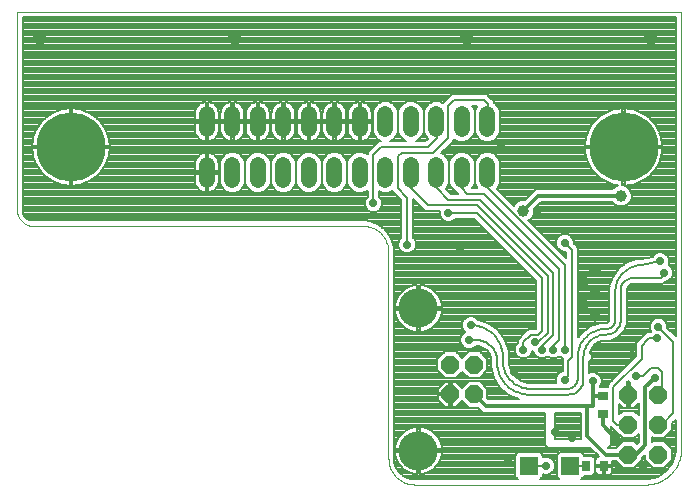
<source format=gtl>
G75*
%MOIN*%
%OFA0B0*%
%FSLAX24Y24*%
%IPPOS*%
%LPD*%
%AMOC8*
5,1,8,0,0,1.08239X$1,22.5*
%
%ADD10C,0.0039*%
%ADD11C,0.0520*%
%ADD12C,0.2300*%
%ADD13OC8,0.0600*%
%ADD14R,0.0354X0.0276*%
%ADD15OC8,0.0574*%
%ADD16C,0.1306*%
%ADD17R,0.0591X0.0591*%
%ADD18R,0.0276X0.0354*%
%ADD19C,0.0278*%
%ADD20C,0.0079*%
%ADD21C,0.0475*%
%ADD22C,0.0396*%
%ADD23C,0.0118*%
D10*
X000639Y008800D02*
X011639Y008800D01*
X011696Y008798D01*
X011753Y008793D01*
X011810Y008783D01*
X011865Y008770D01*
X011920Y008754D01*
X011974Y008733D01*
X012026Y008710D01*
X012077Y008683D01*
X012125Y008653D01*
X012172Y008619D01*
X012216Y008583D01*
X012258Y008544D01*
X012297Y008502D01*
X012333Y008458D01*
X012367Y008411D01*
X012397Y008363D01*
X012424Y008312D01*
X012447Y008260D01*
X012468Y008206D01*
X012484Y008151D01*
X012497Y008096D01*
X012507Y008039D01*
X012512Y007982D01*
X012514Y007925D01*
X012514Y001050D01*
X012516Y000993D01*
X012521Y000936D01*
X012531Y000879D01*
X012544Y000824D01*
X012560Y000769D01*
X012581Y000715D01*
X012604Y000663D01*
X012631Y000613D01*
X012661Y000564D01*
X012695Y000517D01*
X012731Y000473D01*
X012770Y000431D01*
X012812Y000392D01*
X012856Y000356D01*
X012903Y000322D01*
X012952Y000292D01*
X013002Y000265D01*
X013054Y000242D01*
X013108Y000221D01*
X013163Y000205D01*
X013218Y000192D01*
X013275Y000182D01*
X013332Y000177D01*
X013389Y000175D01*
X021014Y000175D01*
X022264Y001300D02*
X022264Y015925D01*
X000139Y015925D01*
X000139Y009300D01*
X000141Y009256D01*
X000147Y009213D01*
X000156Y009171D01*
X000169Y009129D01*
X000186Y009089D01*
X000206Y009050D01*
X000229Y009013D01*
X000256Y008979D01*
X000285Y008946D01*
X000318Y008917D01*
X000352Y008890D01*
X000389Y008867D01*
X000428Y008847D01*
X000468Y008830D01*
X000510Y008817D01*
X000552Y008808D01*
X000595Y008802D01*
X000639Y008800D01*
X021015Y000176D02*
X021081Y000174D01*
X021148Y000176D01*
X021214Y000182D01*
X021280Y000192D01*
X021346Y000205D01*
X021410Y000222D01*
X021474Y000242D01*
X021536Y000266D01*
X021597Y000294D01*
X021656Y000324D01*
X021713Y000358D01*
X021768Y000396D01*
X021822Y000436D01*
X021872Y000479D01*
X021921Y000525D01*
X021966Y000574D01*
X022009Y000625D01*
X022049Y000678D01*
X022086Y000734D01*
X022120Y000792D01*
X022150Y000851D01*
X022177Y000912D01*
X022201Y000974D01*
X022221Y001038D01*
X022237Y001103D01*
X022250Y001168D01*
X022259Y001234D01*
X022264Y001301D01*
D11*
X015814Y010315D02*
X015814Y010835D01*
X014964Y010835D02*
X014964Y010315D01*
X014114Y010315D02*
X014114Y010835D01*
X013264Y010835D02*
X013264Y010315D01*
X012414Y010315D02*
X012414Y010835D01*
X011564Y010835D02*
X011564Y010315D01*
X010714Y010315D02*
X010714Y010835D01*
X009864Y010835D02*
X009864Y010315D01*
X009014Y010315D02*
X009014Y010835D01*
X008164Y010835D02*
X008164Y010315D01*
X007314Y010315D02*
X007314Y010835D01*
X006464Y010835D02*
X006464Y010315D01*
X006464Y012015D02*
X006464Y012535D01*
X007314Y012535D02*
X007314Y012015D01*
X008164Y012015D02*
X008164Y012535D01*
X009014Y012535D02*
X009014Y012015D01*
X009864Y012015D02*
X009864Y012535D01*
X010714Y012535D02*
X010714Y012015D01*
X011564Y012015D02*
X011564Y012535D01*
X012414Y012535D02*
X012414Y012015D01*
X013264Y012015D02*
X013264Y012535D01*
X014114Y012535D02*
X014114Y012015D01*
X014964Y012015D02*
X014964Y012535D01*
X015814Y012535D02*
X015814Y012015D01*
D12*
X020349Y011425D03*
X001929Y011425D03*
D13*
X020514Y003175D03*
X020514Y002175D03*
X020514Y001175D03*
X021514Y001175D03*
X021514Y002175D03*
X021514Y003175D03*
D14*
X019656Y003142D03*
X019656Y002542D03*
D15*
X015369Y003183D03*
X014581Y003183D03*
X014581Y004167D03*
X015369Y004167D03*
D16*
X013514Y006045D03*
X013514Y001305D03*
D17*
X017200Y000800D03*
X018578Y000800D03*
D18*
X019089Y000800D03*
X019689Y000800D03*
D19*
X020202Y000738D03*
X021014Y000738D03*
X020139Y001675D03*
X018639Y001738D03*
X018077Y001925D03*
X017764Y000800D03*
X016514Y000925D03*
X019327Y003613D03*
X018389Y003675D03*
X018389Y004675D03*
X018014Y004675D03*
X017639Y004675D03*
X017389Y004925D03*
X017014Y004675D03*
X016702Y003925D03*
X015202Y004988D03*
X015264Y005488D03*
X014889Y008050D03*
X014514Y009238D03*
X013139Y008175D03*
X012014Y009550D03*
X016264Y011425D03*
X017452Y009238D03*
X018389Y008238D03*
X019952Y008175D03*
X021577Y007613D03*
X021702Y007238D03*
X021514Y005425D03*
X021452Y005050D03*
X020639Y004488D03*
X020764Y003800D03*
X021389Y003738D03*
D20*
X021639Y003925D02*
X021639Y003300D01*
X021514Y003175D01*
X020858Y002898D02*
X020858Y002481D01*
X020705Y002634D01*
X020324Y002634D01*
X020213Y002523D01*
X020213Y002855D01*
X020332Y002736D01*
X020475Y002736D01*
X020475Y003136D01*
X020554Y003136D01*
X020554Y002736D01*
X020696Y002736D01*
X020858Y002898D01*
X020858Y002868D02*
X020829Y002868D01*
X020858Y002791D02*
X020751Y002791D01*
X020858Y002713D02*
X020213Y002713D01*
X020213Y002636D02*
X020858Y002636D01*
X020858Y002559D02*
X020780Y002559D01*
X020857Y002482D02*
X020858Y002482D01*
X020554Y002791D02*
X020475Y002791D01*
X020475Y002868D02*
X020554Y002868D01*
X020554Y002945D02*
X020475Y002945D01*
X020475Y003022D02*
X020554Y003022D01*
X020554Y003100D02*
X020475Y003100D01*
X020475Y003214D02*
X020475Y003605D01*
X020508Y003638D01*
X020511Y003631D01*
X020554Y003589D01*
X020554Y003214D01*
X020475Y003214D01*
X020475Y003254D02*
X020554Y003254D01*
X020554Y003331D02*
X020475Y003331D01*
X020475Y003408D02*
X020554Y003408D01*
X020554Y003486D02*
X020475Y003486D01*
X020475Y003563D02*
X020554Y003563D01*
X020764Y003800D02*
X021014Y003800D01*
X021264Y004050D01*
X021514Y004050D01*
X021639Y003925D01*
X020952Y004363D02*
X020014Y003425D01*
X020014Y002300D01*
X020139Y002175D01*
X020514Y002175D01*
X020176Y001864D02*
X019924Y001864D01*
X019924Y001941D02*
X020099Y001941D01*
X020063Y001976D02*
X020324Y001716D01*
X020705Y001716D01*
X020858Y001869D01*
X020858Y001578D01*
X020810Y001529D01*
X020705Y001634D01*
X020324Y001634D01*
X020083Y001393D01*
X019855Y001393D01*
X019844Y001404D01*
X019924Y001484D01*
X019924Y002110D01*
X019941Y002093D01*
X020057Y001976D01*
X020063Y001976D01*
X020015Y002018D02*
X019924Y002018D01*
X019924Y002095D02*
X019938Y002095D01*
X019924Y001786D02*
X020253Y001786D01*
X020322Y001632D02*
X019924Y001632D01*
X019924Y001709D02*
X020858Y001709D01*
X020858Y001632D02*
X020707Y001632D01*
X020784Y001555D02*
X020835Y001555D01*
X020858Y001786D02*
X020775Y001786D01*
X020853Y001864D02*
X020858Y001864D01*
X021295Y001744D02*
X021324Y001716D01*
X021705Y001716D01*
X021974Y001985D01*
X021974Y002228D01*
X022085Y002340D01*
X022085Y001308D01*
X022065Y001152D01*
X021952Y000857D01*
X021753Y000612D01*
X021488Y000440D01*
X021182Y000358D01*
X021033Y000354D01*
X021019Y000354D01*
X020950Y000358D01*
X020946Y000354D01*
X018948Y000354D01*
X019033Y000439D01*
X019033Y000463D01*
X019293Y000463D01*
X019387Y000557D01*
X019387Y001043D01*
X019293Y001137D01*
X019033Y001137D01*
X019033Y001161D01*
X018940Y001255D01*
X018217Y001255D01*
X018124Y001161D01*
X018124Y000439D01*
X018208Y000354D01*
X017570Y000354D01*
X017655Y000439D01*
X017655Y000522D01*
X017705Y000502D01*
X017824Y000502D01*
X017933Y000547D01*
X018017Y000631D01*
X018063Y000741D01*
X018063Y000859D01*
X018017Y000969D01*
X017933Y001053D01*
X017824Y001098D01*
X017705Y001098D01*
X017655Y001078D01*
X017655Y001161D01*
X017562Y001255D01*
X016839Y001255D01*
X016746Y001161D01*
X016746Y000439D01*
X016830Y000354D01*
X013389Y000354D01*
X013280Y000363D01*
X013073Y000430D01*
X012897Y000558D01*
X012769Y000734D01*
X012702Y000941D01*
X012693Y001050D01*
X012693Y008092D01*
X012590Y008409D01*
X012394Y008680D01*
X012124Y008876D01*
X012124Y008876D01*
X011806Y008979D01*
X000639Y008979D01*
X000577Y008985D01*
X000461Y009033D01*
X000373Y009122D01*
X000325Y009237D01*
X000318Y009300D01*
X000318Y015746D01*
X022085Y015746D01*
X022085Y005135D01*
X021813Y005408D01*
X021813Y005484D01*
X021767Y005594D01*
X021683Y005678D01*
X021574Y005723D01*
X021455Y005723D01*
X021345Y005678D01*
X021261Y005594D01*
X021216Y005484D01*
X021216Y005366D01*
X021254Y005274D01*
X021230Y005250D01*
X021188Y005251D01*
X021186Y005249D01*
X021116Y005249D01*
X021056Y005189D01*
X021055Y005189D01*
X020998Y005131D01*
X020941Y005073D01*
X020941Y005072D01*
X020811Y004940D01*
X020753Y004882D01*
X020753Y004881D01*
X020752Y004880D01*
X020753Y004799D01*
X020753Y004445D01*
X019932Y003624D01*
X019816Y003507D01*
X019816Y003440D01*
X019576Y003440D01*
X019580Y003443D01*
X019625Y003553D01*
X019625Y003672D01*
X019580Y003782D01*
X019496Y003865D01*
X019386Y003911D01*
X019268Y003911D01*
X019213Y003888D01*
X019213Y004273D01*
X019299Y004359D01*
X019299Y004491D01*
X019234Y004555D01*
X019273Y004675D01*
X019375Y004815D01*
X019514Y004916D01*
X019678Y004969D01*
X019764Y004976D01*
X019903Y004976D01*
X020160Y005083D01*
X020357Y005279D01*
X020357Y005279D01*
X020463Y005536D01*
X020463Y006675D01*
X020466Y006709D01*
X020493Y006773D01*
X020541Y006822D01*
X020605Y006848D01*
X020639Y006851D01*
X021618Y006851D01*
X021792Y006952D01*
X021871Y006985D01*
X021955Y007068D01*
X022000Y007178D01*
X022000Y007297D01*
X021955Y007407D01*
X021871Y007490D01*
X021853Y007498D01*
X021875Y007553D01*
X021875Y007672D01*
X021830Y007782D01*
X021746Y007865D01*
X021636Y007911D01*
X021518Y007911D01*
X021408Y007865D01*
X021324Y007782D01*
X021316Y007763D01*
X020932Y007686D01*
X020782Y007686D01*
X020458Y007581D01*
X020183Y007381D01*
X019983Y007106D01*
X019878Y006783D01*
X019878Y005675D01*
X019876Y005653D01*
X019859Y005612D01*
X019828Y005580D01*
X019787Y005563D01*
X019764Y005561D01*
X019584Y005561D01*
X019242Y005450D01*
X018951Y005238D01*
X018838Y005083D01*
X018838Y008070D01*
X018688Y008220D01*
X018688Y008297D01*
X018642Y008407D01*
X018558Y008490D01*
X018449Y008536D01*
X018330Y008536D01*
X018220Y008490D01*
X018136Y008407D01*
X018091Y008297D01*
X018091Y008178D01*
X018136Y008068D01*
X018220Y007985D01*
X018330Y007939D01*
X018407Y007939D01*
X018441Y007905D01*
X018441Y007717D01*
X017177Y008981D01*
X017217Y008997D01*
X017317Y009098D01*
X017372Y009229D01*
X017372Y009349D01*
X017605Y009582D01*
X019977Y009582D01*
X020062Y009497D01*
X020193Y009443D01*
X020335Y009443D01*
X020467Y009497D01*
X020567Y009598D01*
X020622Y009729D01*
X020622Y009871D01*
X020567Y010002D01*
X020467Y010103D01*
X020335Y010157D01*
X020310Y010157D01*
X020310Y011386D01*
X019060Y011386D01*
X019060Y011362D01*
X019072Y011236D01*
X019097Y011111D01*
X019134Y010990D01*
X019182Y010873D01*
X019242Y010761D01*
X019312Y010656D01*
X019393Y010558D01*
X019482Y010468D01*
X019580Y010388D01*
X019686Y010318D01*
X019797Y010258D01*
X019914Y010210D01*
X020036Y010173D01*
X020160Y010148D01*
X020168Y010147D01*
X020062Y010103D01*
X019977Y010018D01*
X017424Y010018D01*
X017296Y009890D01*
X017063Y009657D01*
X016943Y009657D01*
X016812Y009603D01*
X016711Y009502D01*
X016695Y009463D01*
X016125Y010033D01*
X016170Y010077D01*
X016234Y010232D01*
X016234Y010918D01*
X016170Y011073D01*
X016052Y011191D01*
X015898Y011254D01*
X015731Y011254D01*
X015577Y011191D01*
X015459Y011073D01*
X015395Y010918D01*
X015395Y010232D01*
X015459Y010077D01*
X015475Y010061D01*
X015304Y010061D01*
X015320Y010077D01*
X015384Y010232D01*
X015384Y010918D01*
X015320Y011073D01*
X015202Y011191D01*
X015048Y011254D01*
X014881Y011254D01*
X014727Y011191D01*
X014609Y011073D01*
X014545Y010918D01*
X014545Y010232D01*
X014609Y010077D01*
X014727Y009959D01*
X014786Y009935D01*
X014847Y009874D01*
X014597Y009874D01*
X014431Y010039D01*
X014470Y010077D01*
X014534Y010232D01*
X014534Y010918D01*
X014470Y011073D01*
X014352Y011191D01*
X014279Y011221D01*
X014597Y011539D01*
X014713Y011655D01*
X014713Y011673D01*
X014727Y011659D01*
X014881Y011596D01*
X015048Y011596D01*
X015202Y011659D01*
X015320Y011777D01*
X015384Y011932D01*
X015384Y012618D01*
X015320Y012773D01*
X015304Y012789D01*
X015475Y012789D01*
X015459Y012773D01*
X015395Y012618D01*
X015395Y011932D01*
X015459Y011777D01*
X015577Y011659D01*
X015731Y011596D01*
X015898Y011596D01*
X016052Y011659D01*
X016170Y011777D01*
X016234Y011932D01*
X016234Y012618D01*
X016170Y012773D01*
X016052Y012891D01*
X016026Y012901D01*
X016026Y012945D01*
X015909Y013061D01*
X015784Y013186D01*
X014620Y013186D01*
X014503Y013070D01*
X014332Y012899D01*
X014198Y012954D01*
X014031Y012954D01*
X013877Y012891D01*
X013759Y012773D01*
X013695Y012618D01*
X013695Y011932D01*
X013759Y011777D01*
X013829Y011708D01*
X013745Y011624D01*
X013416Y011624D01*
X013502Y011659D01*
X013620Y011777D01*
X013684Y011932D01*
X013684Y012618D01*
X013620Y012773D01*
X013502Y012891D01*
X013348Y012954D01*
X013181Y012954D01*
X013027Y012891D01*
X012909Y012773D01*
X012845Y012618D01*
X012845Y011932D01*
X012909Y011777D01*
X013027Y011659D01*
X013113Y011624D01*
X012566Y011624D01*
X012652Y011659D01*
X012770Y011777D01*
X012834Y011932D01*
X012834Y012618D01*
X012770Y012773D01*
X012652Y012891D01*
X012498Y012954D01*
X012331Y012954D01*
X012177Y012891D01*
X012059Y012773D01*
X011995Y012618D01*
X011995Y011932D01*
X012059Y011777D01*
X012177Y011659D01*
X012263Y011624D01*
X012182Y011624D01*
X012066Y011507D01*
X011816Y011257D01*
X011816Y011177D01*
X011802Y011191D01*
X011648Y011254D01*
X011481Y011254D01*
X011327Y011191D01*
X011209Y011073D01*
X011145Y010918D01*
X011145Y010232D01*
X011209Y010077D01*
X011327Y009959D01*
X011481Y009896D01*
X011648Y009896D01*
X011802Y009959D01*
X011816Y009973D01*
X011816Y009773D01*
X011761Y009719D01*
X011716Y009609D01*
X011716Y009491D01*
X011761Y009381D01*
X011845Y009297D01*
X011955Y009252D01*
X012074Y009252D01*
X012183Y009297D01*
X012267Y009381D01*
X012313Y009491D01*
X012313Y009609D01*
X012267Y009719D01*
X012213Y009773D01*
X012213Y009944D01*
X012331Y009896D01*
X012498Y009896D01*
X012641Y009955D01*
X012745Y009851D01*
X012941Y009655D01*
X012941Y008398D01*
X012886Y008344D01*
X012841Y008234D01*
X012841Y008116D01*
X012886Y008006D01*
X012970Y007922D01*
X013080Y007877D01*
X013199Y007877D01*
X013308Y007922D01*
X013392Y008006D01*
X013438Y008116D01*
X013438Y008234D01*
X013392Y008344D01*
X013338Y008398D01*
X013338Y009695D01*
X013745Y009289D01*
X014216Y009289D01*
X014216Y009178D01*
X014261Y009068D01*
X014345Y008985D01*
X014455Y008939D01*
X014574Y008939D01*
X014683Y008985D01*
X014738Y009039D01*
X015370Y009039D01*
X017441Y006968D01*
X017441Y005382D01*
X017432Y005374D01*
X017182Y005374D01*
X017066Y005257D01*
X016816Y005007D01*
X016816Y004898D01*
X016761Y004844D01*
X016716Y004734D01*
X016716Y004616D01*
X016761Y004506D01*
X016845Y004422D01*
X016955Y004377D01*
X017074Y004377D01*
X017183Y004422D01*
X017267Y004506D01*
X017313Y004616D01*
X017313Y004634D01*
X017330Y004627D01*
X017341Y004627D01*
X017341Y004616D01*
X017386Y004506D01*
X017470Y004422D01*
X017580Y004377D01*
X017699Y004377D01*
X017808Y004422D01*
X017827Y004440D01*
X017845Y004422D01*
X017955Y004377D01*
X018074Y004377D01*
X018183Y004422D01*
X018202Y004440D01*
X018220Y004422D01*
X018316Y004382D01*
X018316Y003967D01*
X018220Y003928D01*
X018136Y003844D01*
X018091Y003734D01*
X018091Y003616D01*
X018113Y003561D01*
X017264Y003561D01*
X017149Y003570D01*
X016929Y003642D01*
X016742Y003778D01*
X016606Y003965D01*
X016535Y004184D01*
X016526Y004300D01*
X016526Y004625D01*
X016402Y005005D01*
X016167Y005328D01*
X015844Y005563D01*
X015499Y005675D01*
X015433Y005740D01*
X015324Y005786D01*
X015205Y005786D01*
X015095Y005740D01*
X015011Y005657D01*
X014966Y005547D01*
X014966Y005428D01*
X015011Y005318D01*
X015073Y005257D01*
X015033Y005240D01*
X014949Y005157D01*
X014903Y005047D01*
X014903Y004928D01*
X014949Y004818D01*
X015033Y004735D01*
X015143Y004689D01*
X015261Y004689D01*
X015371Y004735D01*
X015425Y004789D01*
X015452Y004789D01*
X015528Y004783D01*
X015674Y004735D01*
X015797Y004646D01*
X015887Y004522D01*
X015935Y004376D01*
X015940Y004302D01*
X015929Y004112D01*
X016030Y003725D01*
X016030Y003725D01*
X016246Y003388D01*
X016246Y003388D01*
X016555Y003134D01*
X016871Y003011D01*
X015850Y003011D01*
X015815Y003045D01*
X015815Y003368D01*
X015554Y003629D01*
X015184Y003629D01*
X014961Y003406D01*
X014758Y003609D01*
X014621Y003609D01*
X014621Y003222D01*
X014542Y003222D01*
X014542Y003144D01*
X014155Y003144D01*
X014155Y003006D01*
X014405Y002756D01*
X014542Y002756D01*
X014542Y003143D01*
X014621Y003143D01*
X014621Y002756D01*
X014758Y002756D01*
X014961Y002959D01*
X015184Y002736D01*
X015506Y002736D01*
X015541Y002702D01*
X015669Y002574D01*
X017730Y002574D01*
X017730Y001484D01*
X017823Y001391D01*
X019240Y001391D01*
X019518Y001112D01*
X019498Y001107D01*
X019466Y001089D01*
X019440Y001063D01*
X019422Y001031D01*
X019412Y000996D01*
X019412Y000830D01*
X019660Y000830D01*
X019660Y000770D01*
X019719Y000770D01*
X019719Y000483D01*
X019846Y000483D01*
X019881Y000493D01*
X019913Y000511D01*
X019939Y000537D01*
X019957Y000569D01*
X019967Y000604D01*
X019967Y000770D01*
X019719Y000770D01*
X019719Y000830D01*
X019967Y000830D01*
X019967Y000957D01*
X020083Y000957D01*
X020324Y000716D01*
X020705Y000716D01*
X020974Y000985D01*
X020974Y001075D01*
X021055Y001157D01*
X021055Y000985D01*
X021324Y000716D01*
X021705Y000716D01*
X021974Y000985D01*
X021974Y001365D01*
X021705Y001634D01*
X021324Y001634D01*
X021295Y001606D01*
X021295Y001744D01*
X021295Y001709D02*
X022085Y001709D01*
X022085Y001632D02*
X021707Y001632D01*
X021784Y001555D02*
X022085Y001555D01*
X022085Y001477D02*
X021862Y001477D01*
X021939Y001400D02*
X022085Y001400D01*
X022085Y001323D02*
X021974Y001323D01*
X021974Y001246D02*
X022077Y001246D01*
X022067Y001169D02*
X021974Y001169D01*
X021974Y001091D02*
X022041Y001091D01*
X022012Y001014D02*
X021974Y001014D01*
X021982Y000937D02*
X021926Y000937D01*
X021952Y000860D02*
X021849Y000860D01*
X021891Y000782D02*
X021771Y000782D01*
X021828Y000705D02*
X019967Y000705D01*
X019967Y000628D02*
X021766Y000628D01*
X021658Y000551D02*
X019946Y000551D01*
X019719Y000551D02*
X019660Y000551D01*
X019660Y000483D02*
X019660Y000770D01*
X019412Y000770D01*
X019412Y000604D01*
X019422Y000569D01*
X019440Y000537D01*
X019466Y000511D01*
X019498Y000493D01*
X019533Y000483D01*
X019660Y000483D01*
X019660Y000628D02*
X019719Y000628D01*
X019719Y000705D02*
X019660Y000705D01*
X019660Y000782D02*
X019387Y000782D01*
X019387Y000705D02*
X019412Y000705D01*
X019412Y000628D02*
X019387Y000628D01*
X019380Y000551D02*
X019432Y000551D01*
X019303Y000473D02*
X021539Y000473D01*
X021325Y000396D02*
X018990Y000396D01*
X019089Y000800D02*
X018578Y000800D01*
X018124Y000782D02*
X018063Y000782D01*
X018063Y000860D02*
X018124Y000860D01*
X018124Y000937D02*
X018031Y000937D01*
X017972Y001014D02*
X018124Y001014D01*
X018124Y001091D02*
X017841Y001091D01*
X017688Y001091D02*
X017655Y001091D01*
X017648Y001169D02*
X018131Y001169D01*
X018208Y001246D02*
X017571Y001246D01*
X017736Y001477D02*
X014288Y001477D01*
X014293Y001460D02*
X014266Y001560D01*
X014226Y001656D01*
X014174Y001746D01*
X014111Y001828D01*
X014038Y001902D01*
X013955Y001965D01*
X013865Y002017D01*
X013770Y002057D01*
X013669Y002083D01*
X013566Y002097D01*
X013554Y002097D01*
X013554Y001344D01*
X014306Y001344D01*
X014306Y001357D01*
X014293Y001460D01*
X014301Y001400D02*
X017814Y001400D01*
X017730Y001555D02*
X014268Y001555D01*
X014236Y001632D02*
X017730Y001632D01*
X017730Y001709D02*
X014196Y001709D01*
X014143Y001786D02*
X017730Y001786D01*
X017730Y001864D02*
X014076Y001864D01*
X013987Y001941D02*
X017730Y001941D01*
X017730Y002018D02*
X013862Y002018D01*
X013579Y002095D02*
X017730Y002095D01*
X017730Y002173D02*
X012693Y002173D01*
X012693Y002250D02*
X017730Y002250D01*
X017730Y002327D02*
X012693Y002327D01*
X012693Y002404D02*
X017730Y002404D01*
X017730Y002482D02*
X012693Y002482D01*
X012693Y002559D02*
X017730Y002559D01*
X018049Y002559D02*
X018921Y002559D01*
X018921Y002574D02*
X018921Y001710D01*
X018921Y001709D01*
X018049Y001709D01*
X018049Y002574D01*
X018921Y002574D01*
X018921Y002482D02*
X018049Y002482D01*
X018049Y002404D02*
X018921Y002404D01*
X018921Y002327D02*
X018049Y002327D01*
X018049Y002250D02*
X018921Y002250D01*
X018921Y002173D02*
X018049Y002173D01*
X018049Y002095D02*
X018921Y002095D01*
X018921Y002018D02*
X018049Y002018D01*
X018049Y001941D02*
X018921Y001941D01*
X018921Y001864D02*
X018049Y001864D01*
X018049Y001786D02*
X018921Y001786D01*
X018949Y001246D02*
X019385Y001246D01*
X019462Y001169D02*
X019026Y001169D01*
X019307Y001323D02*
X013554Y001323D01*
X013554Y001344D02*
X013554Y001266D01*
X014306Y001266D01*
X014306Y001253D01*
X014293Y001150D01*
X014266Y001050D01*
X014226Y000954D01*
X014174Y000864D01*
X014111Y000782D01*
X014038Y000708D01*
X013955Y000645D01*
X013865Y000593D01*
X013770Y000553D01*
X013669Y000526D01*
X013566Y000513D01*
X013554Y000513D01*
X013554Y001266D01*
X013475Y001266D01*
X012722Y001266D01*
X012722Y001253D01*
X012736Y001150D01*
X012763Y001050D01*
X012802Y000954D01*
X012854Y000864D01*
X012918Y000782D01*
X012991Y000708D01*
X013073Y000645D01*
X013163Y000593D01*
X013259Y000553D01*
X013360Y000526D01*
X013462Y000513D01*
X013475Y000513D01*
X013475Y001266D01*
X013475Y001344D01*
X012722Y001344D01*
X012722Y001357D01*
X012736Y001460D01*
X012763Y001560D01*
X012802Y001656D01*
X012854Y001746D01*
X012918Y001828D01*
X012991Y001902D01*
X013073Y001965D01*
X013163Y002017D01*
X013259Y002057D01*
X013360Y002083D01*
X013462Y002097D01*
X013475Y002097D01*
X013475Y001344D01*
X013554Y001344D01*
X013554Y001400D02*
X013475Y001400D01*
X013475Y001323D02*
X012693Y001323D01*
X012693Y001246D02*
X012723Y001246D01*
X012733Y001169D02*
X012693Y001169D01*
X012693Y001091D02*
X012752Y001091D01*
X012777Y001014D02*
X012696Y001014D01*
X012703Y000937D02*
X012812Y000937D01*
X012858Y000860D02*
X012728Y000860D01*
X012754Y000782D02*
X012917Y000782D01*
X012995Y000705D02*
X012790Y000705D01*
X012846Y000628D02*
X013103Y000628D01*
X013014Y000473D02*
X016746Y000473D01*
X016746Y000551D02*
X013760Y000551D01*
X013926Y000628D02*
X016746Y000628D01*
X016746Y000705D02*
X014034Y000705D01*
X014112Y000782D02*
X016746Y000782D01*
X016746Y000860D02*
X014171Y000860D01*
X014217Y000937D02*
X016746Y000937D01*
X016746Y001014D02*
X014251Y001014D01*
X014277Y001091D02*
X016746Y001091D01*
X016753Y001169D02*
X014295Y001169D01*
X014306Y001246D02*
X016830Y001246D01*
X017200Y000800D02*
X017764Y000800D01*
X018048Y000705D02*
X018124Y000705D01*
X018124Y000628D02*
X018014Y000628D01*
X017937Y000551D02*
X018124Y000551D01*
X018124Y000473D02*
X017655Y000473D01*
X017612Y000396D02*
X018166Y000396D01*
X017264Y000800D02*
X017200Y000800D01*
X016788Y000396D02*
X013177Y000396D01*
X013269Y000551D02*
X012907Y000551D01*
X013475Y000551D02*
X013554Y000551D01*
X013554Y000628D02*
X013475Y000628D01*
X013475Y000705D02*
X013554Y000705D01*
X013554Y000782D02*
X013475Y000782D01*
X013475Y000860D02*
X013554Y000860D01*
X013554Y000937D02*
X013475Y000937D01*
X013475Y001014D02*
X013554Y001014D01*
X013554Y001091D02*
X013475Y001091D01*
X013475Y001169D02*
X013554Y001169D01*
X013554Y001246D02*
X013475Y001246D01*
X013475Y001477D02*
X013554Y001477D01*
X013554Y001555D02*
X013475Y001555D01*
X013475Y001632D02*
X013554Y001632D01*
X013554Y001709D02*
X013475Y001709D01*
X013475Y001786D02*
X013554Y001786D01*
X013554Y001864D02*
X013475Y001864D01*
X013475Y001941D02*
X013554Y001941D01*
X013554Y002018D02*
X013475Y002018D01*
X013475Y002095D02*
X013554Y002095D01*
X013450Y002095D02*
X012693Y002095D01*
X012693Y002018D02*
X013166Y002018D01*
X013042Y001941D02*
X012693Y001941D01*
X012693Y001864D02*
X012953Y001864D01*
X012885Y001786D02*
X012693Y001786D01*
X012693Y001709D02*
X012833Y001709D01*
X012792Y001632D02*
X012693Y001632D01*
X012693Y001555D02*
X012761Y001555D01*
X012741Y001477D02*
X012693Y001477D01*
X012693Y001400D02*
X012728Y001400D01*
X012693Y002636D02*
X015607Y002636D01*
X015529Y002713D02*
X012693Y002713D01*
X012693Y002791D02*
X014371Y002791D01*
X014293Y002868D02*
X012693Y002868D01*
X012693Y002945D02*
X014216Y002945D01*
X014155Y003022D02*
X012693Y003022D01*
X012693Y003100D02*
X014155Y003100D01*
X014155Y003222D02*
X014542Y003222D01*
X014542Y003609D01*
X014405Y003609D01*
X014155Y003359D01*
X014155Y003222D01*
X014155Y003254D02*
X012693Y003254D01*
X012693Y003177D02*
X014542Y003177D01*
X014542Y003254D02*
X014621Y003254D01*
X014621Y003331D02*
X014542Y003331D01*
X014542Y003408D02*
X014621Y003408D01*
X014621Y003486D02*
X014542Y003486D01*
X014542Y003563D02*
X014621Y003563D01*
X014804Y003563D02*
X015118Y003563D01*
X015040Y003486D02*
X014881Y003486D01*
X014959Y003408D02*
X014963Y003408D01*
X014621Y003100D02*
X014542Y003100D01*
X014542Y003022D02*
X014621Y003022D01*
X014621Y002945D02*
X014542Y002945D01*
X014542Y002868D02*
X014621Y002868D01*
X014621Y002791D02*
X014542Y002791D01*
X014792Y002791D02*
X015130Y002791D01*
X015052Y002868D02*
X014869Y002868D01*
X014946Y002945D02*
X014975Y002945D01*
X014358Y003563D02*
X012693Y003563D01*
X012693Y003640D02*
X016084Y003640D01*
X016035Y003717D02*
X012693Y003717D01*
X012693Y003795D02*
X014322Y003795D01*
X014396Y003721D02*
X014135Y003982D01*
X014135Y004352D01*
X014396Y004614D01*
X014766Y004614D01*
X014975Y004405D01*
X015184Y004614D01*
X015554Y004614D01*
X015815Y004352D01*
X015815Y003982D01*
X015554Y003721D01*
X015184Y003721D01*
X014975Y003930D01*
X014766Y003721D01*
X014396Y003721D01*
X014245Y003872D02*
X012693Y003872D01*
X012693Y003949D02*
X014168Y003949D01*
X014135Y004026D02*
X012693Y004026D01*
X012693Y004104D02*
X014135Y004104D01*
X014135Y004181D02*
X012693Y004181D01*
X012693Y004258D02*
X014135Y004258D01*
X014135Y004335D02*
X012693Y004335D01*
X012693Y004413D02*
X014196Y004413D01*
X014273Y004490D02*
X012693Y004490D01*
X012693Y004567D02*
X014350Y004567D01*
X014813Y004567D02*
X015137Y004567D01*
X015060Y004490D02*
X014890Y004490D01*
X014967Y004413D02*
X014983Y004413D01*
X015264Y005488D02*
X015328Y005486D01*
X015392Y005480D01*
X015456Y005471D01*
X015518Y005457D01*
X015580Y005440D01*
X015641Y005419D01*
X015700Y005394D01*
X015758Y005366D01*
X015814Y005335D01*
X015868Y005300D01*
X015920Y005262D01*
X015969Y005221D01*
X016016Y005177D01*
X016060Y005130D01*
X016101Y005081D01*
X016139Y005029D01*
X016174Y004975D01*
X016205Y004919D01*
X016233Y004861D01*
X016258Y004802D01*
X016279Y004741D01*
X016296Y004679D01*
X016310Y004617D01*
X016319Y004553D01*
X016325Y004489D01*
X016327Y004425D01*
X016327Y004300D01*
X016526Y004335D02*
X018316Y004335D01*
X018316Y004382D02*
X018316Y004382D01*
X018243Y004413D02*
X018161Y004413D01*
X018316Y004258D02*
X016529Y004258D01*
X016536Y004181D02*
X018316Y004181D01*
X018316Y004104D02*
X016561Y004104D01*
X016586Y004026D02*
X018316Y004026D01*
X018271Y003949D02*
X016617Y003949D01*
X016673Y003872D02*
X018164Y003872D01*
X018116Y003795D02*
X016730Y003795D01*
X016825Y003717D02*
X018091Y003717D01*
X018091Y003640D02*
X016934Y003640D01*
X017242Y003563D02*
X018113Y003563D01*
X018389Y003675D02*
X018514Y003800D01*
X018514Y004300D01*
X018639Y004425D01*
X018639Y007988D01*
X018389Y008238D01*
X018665Y008352D02*
X022085Y008352D01*
X022085Y008429D02*
X018620Y008429D01*
X018520Y008506D02*
X022085Y008506D01*
X022085Y008584D02*
X017574Y008584D01*
X017497Y008661D02*
X022085Y008661D01*
X022085Y008738D02*
X017420Y008738D01*
X017343Y008815D02*
X022085Y008815D01*
X022085Y008893D02*
X017265Y008893D01*
X017188Y008970D02*
X022085Y008970D01*
X022085Y009047D02*
X017267Y009047D01*
X017329Y009124D02*
X022085Y009124D01*
X022085Y009202D02*
X017361Y009202D01*
X017372Y009279D02*
X022085Y009279D01*
X022085Y009356D02*
X017379Y009356D01*
X017457Y009433D02*
X022085Y009433D01*
X022085Y009510D02*
X020480Y009510D01*
X020558Y009588D02*
X022085Y009588D01*
X022085Y009665D02*
X020595Y009665D01*
X020622Y009742D02*
X022085Y009742D01*
X022085Y009819D02*
X020622Y009819D01*
X020611Y009897D02*
X022085Y009897D01*
X022085Y009974D02*
X020579Y009974D01*
X020519Y010051D02*
X022085Y010051D01*
X022085Y010128D02*
X020406Y010128D01*
X020413Y010136D02*
X020539Y010148D01*
X020663Y010173D01*
X020784Y010210D01*
X020901Y010258D01*
X021013Y010318D01*
X021118Y010388D01*
X021216Y010468D01*
X021306Y010558D01*
X021386Y010656D01*
X021457Y010761D01*
X021516Y010873D01*
X021565Y010990D01*
X021602Y011111D01*
X021626Y011236D01*
X021639Y011362D01*
X021639Y011386D01*
X020389Y011386D01*
X020389Y011464D01*
X021639Y011464D01*
X021639Y011488D01*
X021626Y011614D01*
X021602Y011739D01*
X021565Y011860D01*
X021516Y011977D01*
X021457Y012089D01*
X021386Y012194D01*
X021306Y012292D01*
X021216Y012382D01*
X021118Y012462D01*
X021013Y012532D01*
X020901Y012592D01*
X020784Y012640D01*
X020663Y012677D01*
X020539Y012702D01*
X020413Y012714D01*
X020389Y012714D01*
X020389Y011464D01*
X020310Y011464D01*
X020310Y011386D01*
X020389Y011386D01*
X020389Y010136D01*
X020413Y010136D01*
X020389Y010206D02*
X020310Y010206D01*
X020310Y010283D02*
X020389Y010283D01*
X020389Y010360D02*
X020310Y010360D01*
X020310Y010437D02*
X020389Y010437D01*
X020389Y010515D02*
X020310Y010515D01*
X020310Y010592D02*
X020389Y010592D01*
X020389Y010669D02*
X020310Y010669D01*
X020310Y010746D02*
X020389Y010746D01*
X020389Y010824D02*
X020310Y010824D01*
X020310Y010901D02*
X020389Y010901D01*
X020389Y010978D02*
X020310Y010978D01*
X020310Y011055D02*
X020389Y011055D01*
X020389Y011133D02*
X020310Y011133D01*
X020310Y011210D02*
X020389Y011210D01*
X020389Y011287D02*
X020310Y011287D01*
X020310Y011364D02*
X020389Y011364D01*
X020389Y011442D02*
X022085Y011442D01*
X022085Y011519D02*
X021636Y011519D01*
X021628Y011596D02*
X022085Y011596D01*
X022085Y011673D02*
X021615Y011673D01*
X021598Y011750D02*
X022085Y011750D01*
X022085Y011828D02*
X021575Y011828D01*
X021546Y011905D02*
X022085Y011905D01*
X022085Y011982D02*
X021514Y011982D01*
X021472Y012059D02*
X022085Y012059D01*
X022085Y012137D02*
X021425Y012137D01*
X021370Y012214D02*
X022085Y012214D01*
X022085Y012291D02*
X021307Y012291D01*
X021229Y012368D02*
X022085Y012368D01*
X022085Y012446D02*
X021138Y012446D01*
X021027Y012523D02*
X022085Y012523D01*
X022085Y012600D02*
X020882Y012600D01*
X020662Y012677D02*
X022085Y012677D01*
X022085Y012755D02*
X016177Y012755D01*
X016209Y012677D02*
X020036Y012677D01*
X019914Y012640D01*
X019797Y012592D01*
X019686Y012532D01*
X019580Y012462D01*
X019482Y012382D01*
X019393Y012292D01*
X019312Y012194D01*
X019242Y012089D01*
X019182Y011977D01*
X019134Y011860D01*
X019097Y011739D01*
X019072Y011614D01*
X019060Y011488D01*
X019060Y011464D01*
X020310Y011464D01*
X020310Y012714D01*
X020286Y012714D01*
X020160Y012702D01*
X020036Y012677D01*
X019817Y012600D02*
X016234Y012600D01*
X016234Y012523D02*
X019672Y012523D01*
X019561Y012446D02*
X016234Y012446D01*
X016234Y012368D02*
X019469Y012368D01*
X019392Y012291D02*
X016234Y012291D01*
X016234Y012214D02*
X019329Y012214D01*
X019274Y012137D02*
X016234Y012137D01*
X016234Y012059D02*
X019226Y012059D01*
X019185Y011982D02*
X016234Y011982D01*
X016223Y011905D02*
X019153Y011905D01*
X019124Y011828D02*
X016191Y011828D01*
X016143Y011750D02*
X019101Y011750D01*
X019084Y011673D02*
X016066Y011673D01*
X015899Y011596D02*
X019071Y011596D01*
X019063Y011519D02*
X014577Y011519D01*
X014654Y011596D02*
X014880Y011596D01*
X015049Y011596D02*
X015730Y011596D01*
X015563Y011673D02*
X015216Y011673D01*
X015293Y011750D02*
X015486Y011750D01*
X015438Y011828D02*
X015341Y011828D01*
X015373Y011905D02*
X015406Y011905D01*
X015395Y011982D02*
X015384Y011982D01*
X015384Y012059D02*
X015395Y012059D01*
X015384Y012137D02*
X015395Y012137D01*
X015384Y012214D02*
X015395Y012214D01*
X015384Y012291D02*
X015395Y012291D01*
X015384Y012368D02*
X015395Y012368D01*
X015384Y012446D02*
X015395Y012446D01*
X015384Y012523D02*
X015395Y012523D01*
X015384Y012600D02*
X015395Y012600D01*
X015419Y012677D02*
X015359Y012677D01*
X015327Y012755D02*
X015451Y012755D01*
X015702Y012988D02*
X015827Y012863D01*
X015827Y012288D01*
X015814Y012275D01*
X016111Y012832D02*
X022085Y012832D01*
X022085Y012909D02*
X016026Y012909D01*
X015984Y012986D02*
X022085Y012986D01*
X022085Y013064D02*
X015907Y013064D01*
X015830Y013141D02*
X022085Y013141D01*
X022085Y013218D02*
X000318Y013218D01*
X000318Y013141D02*
X014574Y013141D01*
X014497Y013064D02*
X000318Y013064D01*
X000318Y012986D02*
X014420Y012986D01*
X014342Y012909D02*
X014307Y012909D01*
X014514Y012800D02*
X014702Y012988D01*
X015702Y012988D01*
X014514Y012800D02*
X014514Y011738D01*
X014014Y011238D01*
X012952Y011238D01*
X012827Y011113D01*
X012827Y010050D01*
X013139Y009738D01*
X013139Y008175D01*
X012927Y007966D02*
X012693Y007966D01*
X012693Y008043D02*
X012871Y008043D01*
X012841Y008120D02*
X012684Y008120D01*
X012659Y008197D02*
X012841Y008197D01*
X012858Y008275D02*
X012634Y008275D01*
X012609Y008352D02*
X012894Y008352D01*
X012941Y008429D02*
X012576Y008429D01*
X012590Y008409D02*
X012590Y008409D01*
X012520Y008506D02*
X012941Y008506D01*
X012941Y008584D02*
X012464Y008584D01*
X012408Y008661D02*
X012941Y008661D01*
X012941Y008738D02*
X012314Y008738D01*
X012394Y008680D02*
X012394Y008680D01*
X012394Y008680D01*
X012207Y008815D02*
X012941Y008815D01*
X012941Y008893D02*
X012072Y008893D01*
X011835Y008970D02*
X012941Y008970D01*
X012941Y009047D02*
X000447Y009047D01*
X000371Y009124D02*
X012941Y009124D01*
X012941Y009202D02*
X000339Y009202D01*
X000321Y009279D02*
X011889Y009279D01*
X011786Y009356D02*
X000318Y009356D01*
X000318Y009433D02*
X011740Y009433D01*
X011716Y009510D02*
X000318Y009510D01*
X000318Y009588D02*
X011716Y009588D01*
X011739Y009665D02*
X000318Y009665D01*
X000318Y009742D02*
X011785Y009742D01*
X011816Y009819D02*
X000318Y009819D01*
X000318Y009897D02*
X007228Y009897D01*
X007231Y009896D02*
X007398Y009896D01*
X007552Y009959D01*
X007670Y010077D01*
X007734Y010232D01*
X007734Y010918D01*
X007670Y011073D01*
X007552Y011191D01*
X007398Y011254D01*
X007231Y011254D01*
X007077Y011191D01*
X006959Y011073D01*
X006895Y010918D01*
X006895Y010232D01*
X006959Y010077D01*
X007077Y009959D01*
X007231Y009896D01*
X007400Y009897D02*
X008078Y009897D01*
X008081Y009896D02*
X008248Y009896D01*
X008402Y009959D01*
X008520Y010077D01*
X008584Y010232D01*
X008584Y010918D01*
X008520Y011073D01*
X008402Y011191D01*
X008248Y011254D01*
X008081Y011254D01*
X007927Y011191D01*
X007809Y011073D01*
X007745Y010918D01*
X007745Y010232D01*
X007809Y010077D01*
X007927Y009959D01*
X008081Y009896D01*
X008250Y009897D02*
X008928Y009897D01*
X008931Y009896D02*
X009098Y009896D01*
X009252Y009959D01*
X009370Y010077D01*
X009434Y010232D01*
X009434Y010918D01*
X009370Y011073D01*
X009252Y011191D01*
X009098Y011254D01*
X008931Y011254D01*
X008777Y011191D01*
X008659Y011073D01*
X008595Y010918D01*
X008595Y010232D01*
X008659Y010077D01*
X008777Y009959D01*
X008931Y009896D01*
X009100Y009897D02*
X009778Y009897D01*
X009781Y009896D02*
X009948Y009896D01*
X010102Y009959D01*
X010220Y010077D01*
X010284Y010232D01*
X010284Y010918D01*
X010220Y011073D01*
X010102Y011191D01*
X009948Y011254D01*
X009781Y011254D01*
X009627Y011191D01*
X009509Y011073D01*
X009445Y010918D01*
X009445Y010232D01*
X009509Y010077D01*
X009627Y009959D01*
X009781Y009896D01*
X009950Y009897D02*
X010628Y009897D01*
X010631Y009896D02*
X010798Y009896D01*
X010952Y009959D01*
X011070Y010077D01*
X011134Y010232D01*
X011134Y010918D01*
X011070Y011073D01*
X010952Y011191D01*
X010798Y011254D01*
X010631Y011254D01*
X010477Y011191D01*
X010359Y011073D01*
X010295Y010918D01*
X010295Y010232D01*
X010359Y010077D01*
X010477Y009959D01*
X010631Y009896D01*
X010800Y009897D02*
X011478Y009897D01*
X011650Y009897D02*
X011816Y009897D01*
X012213Y009897D02*
X012328Y009897D01*
X012213Y009819D02*
X012776Y009819D01*
X012854Y009742D02*
X012244Y009742D01*
X012290Y009665D02*
X012931Y009665D01*
X012941Y009588D02*
X012313Y009588D01*
X012313Y009510D02*
X012941Y009510D01*
X012941Y009433D02*
X012289Y009433D01*
X012242Y009356D02*
X012941Y009356D01*
X012941Y009279D02*
X012139Y009279D01*
X012014Y009550D02*
X012014Y011175D01*
X012264Y011425D01*
X013827Y011425D01*
X014139Y011738D01*
X014139Y012250D01*
X014114Y012275D01*
X013695Y012291D02*
X013684Y012291D01*
X013684Y012214D02*
X013695Y012214D01*
X013684Y012137D02*
X013695Y012137D01*
X013684Y012059D02*
X013695Y012059D01*
X013684Y011982D02*
X013695Y011982D01*
X013706Y011905D02*
X013673Y011905D01*
X013641Y011828D02*
X013738Y011828D01*
X013786Y011750D02*
X013593Y011750D01*
X013516Y011673D02*
X013794Y011673D01*
X014305Y011210D02*
X014773Y011210D01*
X014669Y011133D02*
X014410Y011133D01*
X014477Y011055D02*
X014602Y011055D01*
X014570Y010978D02*
X014509Y010978D01*
X014534Y010901D02*
X014545Y010901D01*
X014534Y010824D02*
X014545Y010824D01*
X014534Y010746D02*
X014545Y010746D01*
X014534Y010669D02*
X014545Y010669D01*
X014534Y010592D02*
X014545Y010592D01*
X014534Y010515D02*
X014545Y010515D01*
X014534Y010437D02*
X014545Y010437D01*
X014534Y010360D02*
X014545Y010360D01*
X014534Y010283D02*
X014545Y010283D01*
X014556Y010206D02*
X014523Y010206D01*
X014491Y010128D02*
X014588Y010128D01*
X014635Y010051D02*
X014444Y010051D01*
X014496Y009974D02*
X014712Y009974D01*
X014824Y009897D02*
X014574Y009897D01*
X014514Y009675D02*
X014139Y010050D01*
X014139Y010550D01*
X014114Y010575D01*
X014345Y011287D02*
X019067Y011287D01*
X019060Y011364D02*
X014422Y011364D01*
X014499Y011442D02*
X020310Y011442D01*
X020310Y011519D02*
X020389Y011519D01*
X020389Y011596D02*
X020310Y011596D01*
X020310Y011673D02*
X020389Y011673D01*
X020389Y011750D02*
X020310Y011750D01*
X020310Y011828D02*
X020389Y011828D01*
X020389Y011905D02*
X020310Y011905D01*
X020310Y011982D02*
X020389Y011982D01*
X020389Y012059D02*
X020310Y012059D01*
X020310Y012137D02*
X020389Y012137D01*
X020389Y012214D02*
X020310Y012214D01*
X020310Y012291D02*
X020389Y012291D01*
X020389Y012368D02*
X020310Y012368D01*
X020310Y012446D02*
X020389Y012446D01*
X020389Y012523D02*
X020310Y012523D01*
X020310Y012600D02*
X020389Y012600D01*
X020389Y012677D02*
X020310Y012677D01*
X021639Y011364D02*
X022085Y011364D01*
X022085Y011287D02*
X021631Y011287D01*
X021621Y011210D02*
X022085Y011210D01*
X022085Y011133D02*
X021606Y011133D01*
X021585Y011055D02*
X022085Y011055D01*
X022085Y010978D02*
X021560Y010978D01*
X021528Y010901D02*
X022085Y010901D01*
X022085Y010824D02*
X021490Y010824D01*
X021447Y010746D02*
X022085Y010746D01*
X022085Y010669D02*
X021395Y010669D01*
X021334Y010592D02*
X022085Y010592D01*
X022085Y010515D02*
X021262Y010515D01*
X021178Y010437D02*
X022085Y010437D01*
X022085Y010360D02*
X021076Y010360D01*
X020948Y010283D02*
X022085Y010283D01*
X022085Y010206D02*
X020771Y010206D01*
X020123Y010128D02*
X016191Y010128D01*
X016223Y010206D02*
X019927Y010206D01*
X020010Y010051D02*
X016144Y010051D01*
X016184Y009974D02*
X017379Y009974D01*
X017302Y009897D02*
X016261Y009897D01*
X016338Y009819D02*
X017225Y009819D01*
X017148Y009742D02*
X016416Y009742D01*
X016493Y009665D02*
X017070Y009665D01*
X016797Y009588D02*
X016570Y009588D01*
X016647Y009510D02*
X016719Y009510D01*
X017534Y009510D02*
X020048Y009510D01*
X019751Y010283D02*
X016234Y010283D01*
X016234Y010360D02*
X019622Y010360D01*
X019520Y010437D02*
X016234Y010437D01*
X016234Y010515D02*
X019436Y010515D01*
X019365Y010592D02*
X016234Y010592D01*
X016234Y010669D02*
X019304Y010669D01*
X019252Y010746D02*
X016234Y010746D01*
X016234Y010824D02*
X019209Y010824D01*
X019171Y010901D02*
X016234Y010901D01*
X016209Y010978D02*
X019139Y010978D01*
X019114Y011055D02*
X016177Y011055D01*
X016110Y011133D02*
X019093Y011133D01*
X019078Y011210D02*
X016005Y011210D01*
X015623Y011210D02*
X015155Y011210D01*
X015260Y011133D02*
X015519Y011133D01*
X015452Y011055D02*
X015327Y011055D01*
X015359Y010978D02*
X015420Y010978D01*
X015395Y010901D02*
X015384Y010901D01*
X015384Y010824D02*
X015395Y010824D01*
X015384Y010746D02*
X015395Y010746D01*
X015384Y010669D02*
X015395Y010669D01*
X015384Y010592D02*
X015395Y010592D01*
X015384Y010515D02*
X015395Y010515D01*
X015384Y010437D02*
X015395Y010437D01*
X015384Y010360D02*
X015395Y010360D01*
X015384Y010283D02*
X015395Y010283D01*
X015406Y010206D02*
X015373Y010206D01*
X015341Y010128D02*
X015438Y010128D01*
X015702Y009863D02*
X015139Y009863D01*
X014952Y010050D01*
X014952Y010563D01*
X014964Y010575D01*
X015814Y010575D02*
X015827Y010563D01*
X015827Y010050D01*
X018389Y007488D01*
X018389Y004675D01*
X018202Y004988D02*
X018202Y007363D01*
X015702Y009863D01*
X015577Y009675D02*
X014514Y009675D01*
X014514Y009238D02*
X015452Y009238D01*
X017639Y007050D01*
X017639Y005300D01*
X017514Y005175D01*
X017264Y005175D01*
X017014Y004925D01*
X017014Y004675D01*
X016736Y004567D02*
X016526Y004567D01*
X016526Y004490D02*
X016777Y004490D01*
X016868Y004413D02*
X016526Y004413D01*
X016519Y004644D02*
X016716Y004644D01*
X016716Y004722D02*
X016494Y004722D01*
X016469Y004799D02*
X016743Y004799D01*
X016793Y004876D02*
X016444Y004876D01*
X016419Y004953D02*
X016816Y004953D01*
X016839Y005031D02*
X016383Y005031D01*
X016402Y005005D02*
X016402Y005005D01*
X016327Y005108D02*
X016916Y005108D01*
X016993Y005185D02*
X016271Y005185D01*
X016215Y005262D02*
X017071Y005262D01*
X017148Y005340D02*
X016151Y005340D01*
X016167Y005328D02*
X016167Y005328D01*
X016167Y005328D01*
X016045Y005417D02*
X017441Y005417D01*
X017441Y005494D02*
X015939Y005494D01*
X015844Y005563D02*
X015844Y005563D01*
X015818Y005571D02*
X017441Y005571D01*
X017441Y005648D02*
X015580Y005648D01*
X015448Y005726D02*
X017441Y005726D01*
X017441Y005803D02*
X014270Y005803D01*
X014266Y005790D02*
X014293Y005890D01*
X014306Y005993D01*
X014306Y006006D01*
X013554Y006006D01*
X013554Y006084D01*
X014306Y006084D01*
X014306Y006097D01*
X014293Y006200D01*
X014266Y006300D01*
X014226Y006396D01*
X014174Y006486D01*
X014111Y006568D01*
X014038Y006642D01*
X013955Y006705D01*
X013865Y006757D01*
X013770Y006797D01*
X013669Y006824D01*
X013566Y006837D01*
X013554Y006837D01*
X013554Y006084D01*
X013475Y006084D01*
X013475Y006006D01*
X012722Y006006D01*
X012722Y005993D01*
X012736Y005890D01*
X012763Y005790D01*
X012802Y005694D01*
X012854Y005604D01*
X012918Y005522D01*
X012991Y005448D01*
X013073Y005385D01*
X013163Y005333D01*
X013259Y005293D01*
X013360Y005267D01*
X013462Y005253D01*
X013475Y005253D01*
X013475Y006006D01*
X013554Y006006D01*
X013554Y005253D01*
X013566Y005253D01*
X013669Y005267D01*
X013770Y005293D01*
X013865Y005333D01*
X013955Y005385D01*
X014038Y005448D01*
X014111Y005522D01*
X014174Y005604D01*
X014226Y005694D01*
X014266Y005790D01*
X014239Y005726D02*
X015081Y005726D01*
X015008Y005648D02*
X014200Y005648D01*
X014149Y005571D02*
X014976Y005571D01*
X014966Y005494D02*
X014084Y005494D01*
X013997Y005417D02*
X014971Y005417D01*
X015003Y005340D02*
X013877Y005340D01*
X013637Y005262D02*
X015068Y005262D01*
X014977Y005185D02*
X012693Y005185D01*
X012693Y005108D02*
X014929Y005108D01*
X014903Y005031D02*
X012693Y005031D01*
X012693Y004953D02*
X014903Y004953D01*
X014925Y004876D02*
X012693Y004876D01*
X012693Y004799D02*
X014969Y004799D01*
X015064Y004722D02*
X012693Y004722D01*
X012693Y004644D02*
X015798Y004644D01*
X015855Y004567D02*
X015600Y004567D01*
X015677Y004490D02*
X015898Y004490D01*
X015923Y004413D02*
X015754Y004413D01*
X015815Y004335D02*
X015938Y004335D01*
X015938Y004258D02*
X015815Y004258D01*
X015815Y004181D02*
X015933Y004181D01*
X015929Y004112D02*
X015929Y004112D01*
X015931Y004104D02*
X015815Y004104D01*
X015815Y004026D02*
X015952Y004026D01*
X015972Y003949D02*
X015782Y003949D01*
X015705Y003872D02*
X015992Y003872D01*
X016012Y003795D02*
X015628Y003795D01*
X015620Y003563D02*
X016134Y003563D01*
X016183Y003486D02*
X015697Y003486D01*
X015774Y003408D02*
X016233Y003408D01*
X016315Y003331D02*
X015815Y003331D01*
X015815Y003254D02*
X016409Y003254D01*
X016503Y003177D02*
X015815Y003177D01*
X015815Y003100D02*
X016644Y003100D01*
X016555Y003134D02*
X016555Y003134D01*
X016841Y003022D02*
X015838Y003022D01*
X015110Y003795D02*
X014840Y003795D01*
X014917Y003872D02*
X015033Y003872D01*
X016140Y004300D02*
X016138Y004351D01*
X016132Y004403D01*
X016123Y004453D01*
X016109Y004503D01*
X016092Y004551D01*
X016072Y004599D01*
X016048Y004644D01*
X016020Y004688D01*
X015990Y004729D01*
X015956Y004768D01*
X015920Y004804D01*
X015881Y004838D01*
X015840Y004868D01*
X015796Y004896D01*
X015751Y004920D01*
X015703Y004940D01*
X015655Y004957D01*
X015605Y004971D01*
X015555Y004980D01*
X015503Y004986D01*
X015452Y004988D01*
X015202Y004988D01*
X015340Y004722D02*
X015693Y004722D01*
X017161Y004413D02*
X017493Y004413D01*
X017402Y004490D02*
X017251Y004490D01*
X017293Y004567D02*
X017361Y004567D01*
X016326Y004300D02*
X016328Y004241D01*
X016333Y004182D01*
X016343Y004124D01*
X016355Y004067D01*
X016372Y004010D01*
X016392Y003955D01*
X016415Y003901D01*
X016442Y003848D01*
X016472Y003797D01*
X016505Y003749D01*
X016541Y003702D01*
X016580Y003658D01*
X016622Y003616D01*
X016666Y003577D01*
X016713Y003541D01*
X016761Y003508D01*
X016812Y003478D01*
X016865Y003451D01*
X016919Y003428D01*
X016974Y003408D01*
X017031Y003391D01*
X017088Y003379D01*
X017146Y003369D01*
X017205Y003364D01*
X017264Y003362D01*
X017264Y003363D02*
X018452Y003363D01*
X018514Y003175D02*
X017139Y003175D01*
X017140Y003176D02*
X017076Y003182D01*
X017012Y003191D01*
X016949Y003204D01*
X016887Y003222D01*
X016826Y003243D01*
X016767Y003267D01*
X016709Y003295D01*
X016653Y003327D01*
X016599Y003361D01*
X016547Y003399D01*
X016498Y003440D01*
X016451Y003484D01*
X016407Y003531D01*
X016366Y003580D01*
X016327Y003632D01*
X016292Y003686D01*
X016261Y003742D01*
X016232Y003800D01*
X016208Y003859D01*
X016187Y003920D01*
X016169Y003982D01*
X016156Y004044D01*
X016146Y004108D01*
X016140Y004172D01*
X016138Y004236D01*
X016140Y004300D01*
X017389Y004925D02*
X017514Y004925D01*
X017827Y005238D01*
X017827Y007113D01*
X015452Y009488D01*
X013827Y009488D01*
X013264Y010050D01*
X013264Y010575D01*
X012699Y009897D02*
X012500Y009897D01*
X013338Y009665D02*
X013368Y009665D01*
X013338Y009588D02*
X013446Y009588D01*
X013523Y009510D02*
X013338Y009510D01*
X013338Y009433D02*
X013600Y009433D01*
X013677Y009356D02*
X013338Y009356D01*
X013338Y009279D02*
X014216Y009279D01*
X014216Y009202D02*
X013338Y009202D01*
X013338Y009124D02*
X014238Y009124D01*
X014283Y009047D02*
X013338Y009047D01*
X013338Y008970D02*
X014381Y008970D01*
X014648Y008970D02*
X015439Y008970D01*
X015516Y008893D02*
X013338Y008893D01*
X013338Y008815D02*
X015593Y008815D01*
X015670Y008738D02*
X013338Y008738D01*
X013338Y008661D02*
X015747Y008661D01*
X015825Y008584D02*
X013338Y008584D01*
X013338Y008506D02*
X015902Y008506D01*
X015979Y008429D02*
X013338Y008429D01*
X013385Y008352D02*
X016056Y008352D01*
X016134Y008275D02*
X013421Y008275D01*
X013438Y008197D02*
X016211Y008197D01*
X016288Y008120D02*
X013438Y008120D01*
X013408Y008043D02*
X016365Y008043D01*
X016443Y007966D02*
X013352Y007966D01*
X013227Y007888D02*
X016520Y007888D01*
X016597Y007811D02*
X012693Y007811D01*
X012693Y007734D02*
X016674Y007734D01*
X016752Y007657D02*
X012693Y007657D01*
X012693Y007579D02*
X016829Y007579D01*
X016906Y007502D02*
X012693Y007502D01*
X012693Y007425D02*
X016983Y007425D01*
X017061Y007348D02*
X012693Y007348D01*
X012693Y007271D02*
X017138Y007271D01*
X017215Y007193D02*
X012693Y007193D01*
X012693Y007116D02*
X017292Y007116D01*
X017370Y007039D02*
X012693Y007039D01*
X012693Y006962D02*
X017441Y006962D01*
X017441Y006884D02*
X012693Y006884D01*
X012693Y006807D02*
X013298Y006807D01*
X013259Y006797D02*
X013163Y006757D01*
X013073Y006705D01*
X012991Y006642D01*
X012918Y006568D01*
X012854Y006486D01*
X012802Y006396D01*
X012763Y006300D01*
X012736Y006200D01*
X012722Y006097D01*
X012722Y006084D01*
X013475Y006084D01*
X013475Y006837D01*
X013462Y006837D01*
X013360Y006824D01*
X013259Y006797D01*
X013116Y006730D02*
X012693Y006730D01*
X012693Y006653D02*
X013005Y006653D01*
X012924Y006575D02*
X012693Y006575D01*
X012693Y006498D02*
X012864Y006498D01*
X012817Y006421D02*
X012693Y006421D01*
X012693Y006344D02*
X012781Y006344D01*
X012754Y006266D02*
X012693Y006266D01*
X012693Y006189D02*
X012734Y006189D01*
X012724Y006112D02*
X012693Y006112D01*
X012693Y006035D02*
X013475Y006035D01*
X013475Y006112D02*
X013554Y006112D01*
X013554Y006189D02*
X013475Y006189D01*
X013475Y006266D02*
X013554Y006266D01*
X013554Y006344D02*
X013475Y006344D01*
X013475Y006421D02*
X013554Y006421D01*
X013554Y006498D02*
X013475Y006498D01*
X013475Y006575D02*
X013554Y006575D01*
X013554Y006653D02*
X013475Y006653D01*
X013475Y006730D02*
X013554Y006730D01*
X013554Y006807D02*
X013475Y006807D01*
X013731Y006807D02*
X017441Y006807D01*
X017441Y006730D02*
X013913Y006730D01*
X014024Y006653D02*
X017441Y006653D01*
X017441Y006575D02*
X014104Y006575D01*
X014165Y006498D02*
X017441Y006498D01*
X017441Y006421D02*
X014212Y006421D01*
X014248Y006344D02*
X017441Y006344D01*
X017441Y006266D02*
X014275Y006266D01*
X014294Y006189D02*
X017441Y006189D01*
X017441Y006112D02*
X014305Y006112D01*
X014302Y005957D02*
X017441Y005957D01*
X017441Y005880D02*
X014290Y005880D01*
X013554Y005880D02*
X013475Y005880D01*
X013475Y005803D02*
X013554Y005803D01*
X013554Y005726D02*
X013475Y005726D01*
X013475Y005648D02*
X013554Y005648D01*
X013554Y005571D02*
X013475Y005571D01*
X013475Y005494D02*
X013554Y005494D01*
X013554Y005417D02*
X013475Y005417D01*
X013475Y005340D02*
X013554Y005340D01*
X013554Y005262D02*
X013475Y005262D01*
X013392Y005262D02*
X012693Y005262D01*
X012693Y005340D02*
X013152Y005340D01*
X013032Y005417D02*
X012693Y005417D01*
X012693Y005494D02*
X012945Y005494D01*
X012880Y005571D02*
X012693Y005571D01*
X012693Y005648D02*
X012829Y005648D01*
X012789Y005726D02*
X012693Y005726D01*
X012693Y005803D02*
X012759Y005803D01*
X012738Y005880D02*
X012693Y005880D01*
X012693Y005957D02*
X012727Y005957D01*
X013475Y005957D02*
X013554Y005957D01*
X013554Y006035D02*
X017441Y006035D01*
X018014Y005175D02*
X018014Y007238D01*
X015577Y009675D01*
X017652Y008506D02*
X018259Y008506D01*
X018159Y008429D02*
X017729Y008429D01*
X017806Y008352D02*
X018114Y008352D01*
X018091Y008275D02*
X017883Y008275D01*
X017961Y008197D02*
X018091Y008197D01*
X018115Y008120D02*
X018038Y008120D01*
X018115Y008043D02*
X018162Y008043D01*
X018192Y007966D02*
X018266Y007966D01*
X018269Y007888D02*
X018441Y007888D01*
X018441Y007811D02*
X018347Y007811D01*
X018424Y007734D02*
X018441Y007734D01*
X018838Y007734D02*
X021171Y007734D01*
X021354Y007811D02*
X018838Y007811D01*
X018838Y007888D02*
X021463Y007888D01*
X021691Y007888D02*
X022085Y007888D01*
X022085Y007811D02*
X021800Y007811D01*
X021850Y007734D02*
X022085Y007734D01*
X022085Y007657D02*
X021875Y007657D01*
X021875Y007579D02*
X022085Y007579D01*
X022085Y007502D02*
X021854Y007502D01*
X021936Y007425D02*
X022085Y007425D01*
X022085Y007348D02*
X021979Y007348D01*
X022000Y007271D02*
X022085Y007271D01*
X022085Y007193D02*
X022000Y007193D01*
X021975Y007116D02*
X022085Y007116D01*
X022085Y007039D02*
X021925Y007039D01*
X021816Y006962D02*
X022085Y006962D01*
X022085Y006884D02*
X021675Y006884D01*
X021514Y007050D02*
X020639Y007050D01*
X020527Y006807D02*
X022085Y006807D01*
X022085Y006730D02*
X020475Y006730D01*
X020463Y006653D02*
X022085Y006653D01*
X022085Y006575D02*
X020463Y006575D01*
X020463Y006498D02*
X022085Y006498D01*
X022085Y006421D02*
X020463Y006421D01*
X020463Y006344D02*
X022085Y006344D01*
X022085Y006266D02*
X020463Y006266D01*
X020463Y006189D02*
X022085Y006189D01*
X022085Y006112D02*
X020463Y006112D01*
X020463Y006035D02*
X022085Y006035D01*
X022085Y005957D02*
X020463Y005957D01*
X020463Y005880D02*
X022085Y005880D01*
X022085Y005803D02*
X020463Y005803D01*
X020463Y005726D02*
X022085Y005726D01*
X022085Y005648D02*
X021713Y005648D01*
X021777Y005571D02*
X022085Y005571D01*
X022085Y005494D02*
X021809Y005494D01*
X021813Y005417D02*
X022085Y005417D01*
X022085Y005340D02*
X021881Y005340D01*
X021958Y005262D02*
X022085Y005262D01*
X022085Y005185D02*
X022035Y005185D01*
X022014Y004925D02*
X022014Y002550D01*
X021639Y002175D01*
X021514Y002175D01*
X021930Y001941D02*
X022085Y001941D01*
X022085Y002018D02*
X021974Y002018D01*
X021974Y002095D02*
X022085Y002095D01*
X022085Y002173D02*
X021974Y002173D01*
X021995Y002250D02*
X022085Y002250D01*
X022073Y002327D02*
X022085Y002327D01*
X022085Y001864D02*
X021853Y001864D01*
X021775Y001786D02*
X022085Y001786D01*
X021322Y001632D02*
X021295Y001632D01*
X021055Y001091D02*
X020990Y001091D01*
X020974Y001014D02*
X021055Y001014D01*
X021103Y000937D02*
X020926Y000937D01*
X020849Y000860D02*
X021180Y000860D01*
X021257Y000782D02*
X020771Y000782D01*
X020257Y000782D02*
X019719Y000782D01*
X019967Y000860D02*
X020180Y000860D01*
X020103Y000937D02*
X019967Y000937D01*
X019848Y001400D02*
X020090Y001400D01*
X020167Y001477D02*
X019917Y001477D01*
X019924Y001555D02*
X020244Y001555D01*
X019471Y001091D02*
X019338Y001091D01*
X019387Y001014D02*
X019417Y001014D01*
X019412Y000937D02*
X019387Y000937D01*
X019387Y000860D02*
X019412Y000860D01*
X020213Y002559D02*
X020249Y002559D01*
X020277Y002791D02*
X020213Y002791D01*
X019816Y003486D02*
X019597Y003486D01*
X019625Y003563D02*
X019871Y003563D01*
X019932Y003624D02*
X019932Y003624D01*
X019949Y003640D02*
X019625Y003640D01*
X019606Y003717D02*
X020026Y003717D01*
X020103Y003795D02*
X019567Y003795D01*
X019480Y003872D02*
X020180Y003872D01*
X020257Y003949D02*
X019213Y003949D01*
X019213Y004026D02*
X020335Y004026D01*
X020412Y004104D02*
X019213Y004104D01*
X019213Y004181D02*
X020489Y004181D01*
X020566Y004258D02*
X019213Y004258D01*
X019275Y004335D02*
X020644Y004335D01*
X020721Y004413D02*
X019299Y004413D01*
X019299Y004490D02*
X020753Y004490D01*
X020753Y004567D02*
X019238Y004567D01*
X019263Y004644D02*
X020753Y004644D01*
X020753Y004722D02*
X019307Y004722D01*
X019363Y004799D02*
X020753Y004799D01*
X020752Y004876D02*
X019459Y004876D01*
X019628Y004953D02*
X020824Y004953D01*
X020900Y005031D02*
X020034Y005031D01*
X020160Y005083D02*
X020160Y005083D01*
X020185Y005108D02*
X020975Y005108D01*
X021051Y005185D02*
X020263Y005185D01*
X020340Y005262D02*
X021242Y005262D01*
X021227Y005340D02*
X020382Y005340D01*
X020414Y005417D02*
X021216Y005417D01*
X021220Y005494D02*
X020446Y005494D01*
X020463Y005571D02*
X021252Y005571D01*
X021316Y005648D02*
X020463Y005648D01*
X020264Y005675D02*
X020264Y006675D01*
X020077Y006613D02*
X020077Y005675D01*
X019874Y005648D02*
X018838Y005648D01*
X018838Y005571D02*
X019805Y005571D01*
X019764Y005175D02*
X019808Y005177D01*
X019851Y005183D01*
X019893Y005192D01*
X019935Y005205D01*
X019975Y005222D01*
X020014Y005242D01*
X020051Y005265D01*
X020085Y005292D01*
X020118Y005321D01*
X020147Y005354D01*
X020174Y005388D01*
X020197Y005425D01*
X020217Y005464D01*
X020234Y005504D01*
X020247Y005546D01*
X020256Y005588D01*
X020262Y005631D01*
X020264Y005675D01*
X019878Y005726D02*
X018838Y005726D01*
X018838Y005803D02*
X019878Y005803D01*
X019878Y005880D02*
X018838Y005880D01*
X018838Y005957D02*
X019878Y005957D01*
X019878Y006035D02*
X018838Y006035D01*
X018838Y006112D02*
X019878Y006112D01*
X019878Y006189D02*
X018838Y006189D01*
X018838Y006266D02*
X019878Y006266D01*
X019878Y006344D02*
X018838Y006344D01*
X018838Y006421D02*
X019878Y006421D01*
X019878Y006498D02*
X018838Y006498D01*
X018838Y006575D02*
X019878Y006575D01*
X019878Y006653D02*
X018838Y006653D01*
X018838Y006730D02*
X019878Y006730D01*
X019886Y006807D02*
X018838Y006807D01*
X018838Y006884D02*
X019911Y006884D01*
X019936Y006962D02*
X018838Y006962D01*
X018838Y007039D02*
X019961Y007039D01*
X019983Y007106D02*
X019983Y007106D01*
X019990Y007116D02*
X018838Y007116D01*
X018838Y007193D02*
X020047Y007193D01*
X020103Y007271D02*
X018838Y007271D01*
X018838Y007348D02*
X020159Y007348D01*
X020183Y007381D02*
X020183Y007381D01*
X020183Y007381D01*
X020243Y007425D02*
X018838Y007425D01*
X018838Y007502D02*
X020350Y007502D01*
X020456Y007579D02*
X018838Y007579D01*
X018838Y007657D02*
X020691Y007657D01*
X020782Y007686D02*
X020782Y007686D01*
X020458Y007581D02*
X020458Y007581D01*
X020952Y007488D02*
X021577Y007613D01*
X021702Y007238D02*
X021700Y007211D01*
X021694Y007185D01*
X021685Y007160D01*
X021672Y007136D01*
X021656Y007115D01*
X021637Y007096D01*
X021616Y007080D01*
X021592Y007067D01*
X021567Y007058D01*
X021541Y007052D01*
X021514Y007050D01*
X020952Y007488D02*
X020895Y007486D01*
X020838Y007481D01*
X020781Y007471D01*
X020726Y007458D01*
X020671Y007442D01*
X020617Y007421D01*
X020565Y007398D01*
X020515Y007371D01*
X020466Y007341D01*
X020419Y007307D01*
X020375Y007271D01*
X020333Y007232D01*
X020294Y007190D01*
X020258Y007146D01*
X020224Y007099D01*
X020194Y007051D01*
X020167Y007000D01*
X020144Y006948D01*
X020123Y006894D01*
X020107Y006839D01*
X020094Y006784D01*
X020084Y006727D01*
X020079Y006670D01*
X020077Y006613D01*
X020264Y006675D02*
X020266Y006712D01*
X020271Y006748D01*
X020280Y006784D01*
X020293Y006819D01*
X020308Y006852D01*
X020327Y006883D01*
X020349Y006913D01*
X020374Y006940D01*
X020401Y006965D01*
X020431Y006987D01*
X020462Y007006D01*
X020495Y007021D01*
X020530Y007034D01*
X020566Y007043D01*
X020602Y007048D01*
X020639Y007050D01*
X022085Y007966D02*
X018838Y007966D01*
X018838Y008043D02*
X022085Y008043D01*
X022085Y008120D02*
X018788Y008120D01*
X018711Y008197D02*
X022085Y008197D01*
X022085Y008275D02*
X018688Y008275D01*
X020077Y005675D02*
X020075Y005642D01*
X020070Y005610D01*
X020062Y005578D01*
X020050Y005548D01*
X020035Y005518D01*
X020017Y005491D01*
X019997Y005466D01*
X019973Y005442D01*
X019948Y005422D01*
X019921Y005404D01*
X019891Y005389D01*
X019861Y005377D01*
X019829Y005369D01*
X019797Y005364D01*
X019764Y005362D01*
X019377Y005494D02*
X018838Y005494D01*
X018838Y005417D02*
X019196Y005417D01*
X019242Y005450D02*
X019242Y005450D01*
X019090Y005340D02*
X018838Y005340D01*
X018838Y005262D02*
X018984Y005262D01*
X018951Y005238D02*
X018951Y005238D01*
X018912Y005185D02*
X018838Y005185D01*
X018838Y005108D02*
X018856Y005108D01*
X018202Y004988D02*
X018014Y004800D01*
X018014Y004675D01*
X017868Y004413D02*
X017786Y004413D01*
X017639Y004675D02*
X017639Y004800D01*
X018014Y005175D01*
X018827Y004425D02*
X018827Y003738D01*
X019014Y003675D02*
X019014Y004425D01*
X019016Y004479D01*
X019022Y004532D01*
X019031Y004584D01*
X019044Y004636D01*
X019061Y004687D01*
X019082Y004737D01*
X019106Y004784D01*
X019133Y004830D01*
X019164Y004874D01*
X019197Y004916D01*
X019234Y004955D01*
X019273Y004992D01*
X019315Y005025D01*
X019359Y005056D01*
X019405Y005083D01*
X019452Y005107D01*
X019502Y005128D01*
X019553Y005145D01*
X019605Y005158D01*
X019657Y005167D01*
X019710Y005173D01*
X019764Y005175D01*
X019764Y005363D02*
X019705Y005361D01*
X019646Y005356D01*
X019588Y005346D01*
X019531Y005334D01*
X019474Y005317D01*
X019419Y005297D01*
X019365Y005274D01*
X019312Y005247D01*
X019261Y005217D01*
X019213Y005184D01*
X019166Y005148D01*
X019122Y005109D01*
X019080Y005067D01*
X019041Y005023D01*
X019005Y004976D01*
X018972Y004928D01*
X018942Y004877D01*
X018915Y004824D01*
X018892Y004770D01*
X018872Y004715D01*
X018855Y004658D01*
X018843Y004601D01*
X018833Y004543D01*
X018828Y004484D01*
X018826Y004425D01*
X018827Y003738D02*
X018825Y003701D01*
X018820Y003665D01*
X018811Y003629D01*
X018798Y003594D01*
X018783Y003561D01*
X018764Y003530D01*
X018742Y003500D01*
X018717Y003473D01*
X018690Y003448D01*
X018660Y003426D01*
X018629Y003407D01*
X018596Y003392D01*
X018561Y003379D01*
X018525Y003370D01*
X018489Y003365D01*
X018452Y003363D01*
X018514Y003175D02*
X018558Y003177D01*
X018601Y003183D01*
X018643Y003192D01*
X018685Y003205D01*
X018725Y003222D01*
X018764Y003242D01*
X018801Y003265D01*
X018835Y003292D01*
X018868Y003321D01*
X018897Y003354D01*
X018924Y003388D01*
X018947Y003425D01*
X018967Y003464D01*
X018984Y003504D01*
X018997Y003546D01*
X019006Y003588D01*
X019012Y003631D01*
X019014Y003675D01*
X020952Y004363D02*
X020952Y004800D01*
X021139Y004991D01*
X021198Y005050D01*
X021264Y005050D01*
X021462Y005044D01*
X021396Y005044D01*
X021452Y005050D01*
X021514Y005425D02*
X022014Y004925D01*
X014281Y003486D02*
X012693Y003486D01*
X012693Y003408D02*
X014204Y003408D01*
X014155Y003331D02*
X012693Y003331D01*
X012693Y007888D02*
X013051Y007888D01*
X011312Y009974D02*
X010966Y009974D01*
X011044Y010051D02*
X011235Y010051D01*
X011188Y010128D02*
X011091Y010128D01*
X011123Y010206D02*
X011156Y010206D01*
X011145Y010283D02*
X011134Y010283D01*
X011134Y010360D02*
X011145Y010360D01*
X011134Y010437D02*
X011145Y010437D01*
X011134Y010515D02*
X011145Y010515D01*
X011134Y010592D02*
X011145Y010592D01*
X011134Y010669D02*
X011145Y010669D01*
X011134Y010746D02*
X011145Y010746D01*
X011134Y010824D02*
X011145Y010824D01*
X011134Y010901D02*
X011145Y010901D01*
X011170Y010978D02*
X011109Y010978D01*
X011077Y011055D02*
X011202Y011055D01*
X011269Y011133D02*
X011010Y011133D01*
X010905Y011210D02*
X011373Y011210D01*
X011755Y011210D02*
X011816Y011210D01*
X011845Y011287D02*
X003211Y011287D01*
X003206Y011236D02*
X003219Y011362D01*
X003219Y011386D01*
X001969Y011386D01*
X001969Y011464D01*
X003219Y011464D01*
X003219Y011488D01*
X003206Y011614D01*
X003182Y011739D01*
X003145Y011860D01*
X003096Y011977D01*
X003037Y012089D01*
X002966Y012194D01*
X002886Y012292D01*
X002796Y012382D01*
X002698Y012462D01*
X002593Y012532D01*
X002481Y012592D01*
X002364Y012640D01*
X002243Y012677D01*
X002119Y012702D01*
X001993Y012714D01*
X001969Y012714D01*
X001969Y011464D01*
X001890Y011464D01*
X001890Y011386D01*
X000640Y011386D01*
X000640Y011362D01*
X000652Y011236D01*
X000677Y011111D01*
X000714Y010990D01*
X000762Y010873D01*
X000822Y010761D01*
X000892Y010656D01*
X000973Y010558D01*
X001062Y010468D01*
X001160Y010388D01*
X001266Y010318D01*
X001377Y010258D01*
X001494Y010210D01*
X001616Y010173D01*
X001740Y010148D01*
X001866Y010136D01*
X001890Y010136D01*
X001890Y011386D01*
X001969Y011386D01*
X001969Y010136D01*
X001993Y010136D01*
X002119Y010148D01*
X002243Y010173D01*
X002364Y010210D01*
X002481Y010258D01*
X002593Y010318D01*
X002698Y010388D01*
X002796Y010468D01*
X002886Y010558D01*
X002966Y010656D01*
X003037Y010761D01*
X003096Y010873D01*
X003145Y010990D01*
X003182Y011111D01*
X003206Y011236D01*
X003201Y011210D02*
X006326Y011210D01*
X006348Y011219D02*
X006275Y011189D01*
X006210Y011145D01*
X006154Y011090D01*
X006110Y011024D01*
X006080Y010951D01*
X006065Y010874D01*
X006065Y010614D01*
X006425Y010614D01*
X006425Y010536D01*
X006065Y010536D01*
X006065Y010276D01*
X006080Y010199D01*
X006110Y010126D01*
X006154Y010060D01*
X006210Y010005D01*
X006275Y009961D01*
X006348Y009931D01*
X006425Y009916D01*
X006425Y010536D01*
X006504Y010536D01*
X006504Y010614D01*
X006864Y010614D01*
X006864Y010874D01*
X006848Y010951D01*
X006818Y011024D01*
X006775Y011090D01*
X006719Y011145D01*
X006654Y011189D01*
X006581Y011219D01*
X006504Y011234D01*
X006504Y010614D01*
X006425Y010614D01*
X006425Y011234D01*
X006348Y011219D01*
X006425Y011210D02*
X006504Y011210D01*
X006504Y011133D02*
X006425Y011133D01*
X006425Y011055D02*
X006504Y011055D01*
X006504Y010978D02*
X006425Y010978D01*
X006425Y010901D02*
X006504Y010901D01*
X006504Y010824D02*
X006425Y010824D01*
X006425Y010746D02*
X006504Y010746D01*
X006504Y010669D02*
X006425Y010669D01*
X006425Y010592D02*
X002914Y010592D01*
X002975Y010669D02*
X006065Y010669D01*
X006065Y010746D02*
X003027Y010746D01*
X003070Y010824D02*
X006065Y010824D01*
X006070Y010901D02*
X003108Y010901D01*
X003140Y010978D02*
X006091Y010978D01*
X006131Y011055D02*
X003165Y011055D01*
X003186Y011133D02*
X006197Y011133D01*
X006603Y011210D02*
X007123Y011210D01*
X007019Y011133D02*
X006732Y011133D01*
X006797Y011055D02*
X006952Y011055D01*
X006920Y010978D02*
X006837Y010978D01*
X006858Y010901D02*
X006895Y010901D01*
X006895Y010824D02*
X006864Y010824D01*
X006864Y010746D02*
X006895Y010746D01*
X006895Y010669D02*
X006864Y010669D01*
X006895Y010592D02*
X006504Y010592D01*
X006504Y010536D02*
X006864Y010536D01*
X006864Y010276D01*
X006848Y010199D01*
X006818Y010126D01*
X006775Y010060D01*
X006719Y010005D01*
X006654Y009961D01*
X006581Y009931D01*
X006504Y009916D01*
X006504Y010536D01*
X006504Y010515D02*
X006425Y010515D01*
X006425Y010437D02*
X006504Y010437D01*
X006504Y010360D02*
X006425Y010360D01*
X006425Y010283D02*
X006504Y010283D01*
X006504Y010206D02*
X006425Y010206D01*
X006425Y010128D02*
X006504Y010128D01*
X006504Y010051D02*
X006425Y010051D01*
X006425Y009974D02*
X006504Y009974D01*
X006673Y009974D02*
X007062Y009974D01*
X006985Y010051D02*
X006765Y010051D01*
X006819Y010128D02*
X006938Y010128D01*
X006906Y010206D02*
X006850Y010206D01*
X006864Y010283D02*
X006895Y010283D01*
X006895Y010360D02*
X006864Y010360D01*
X006864Y010437D02*
X006895Y010437D01*
X006895Y010515D02*
X006864Y010515D01*
X006065Y010515D02*
X002842Y010515D01*
X002758Y010437D02*
X006065Y010437D01*
X006065Y010360D02*
X002656Y010360D01*
X002528Y010283D02*
X006065Y010283D01*
X006079Y010206D02*
X002351Y010206D01*
X001969Y010206D02*
X001890Y010206D01*
X001890Y010283D02*
X001969Y010283D01*
X001969Y010360D02*
X001890Y010360D01*
X001890Y010437D02*
X001969Y010437D01*
X001969Y010515D02*
X001890Y010515D01*
X001890Y010592D02*
X001969Y010592D01*
X001969Y010669D02*
X001890Y010669D01*
X001890Y010746D02*
X001969Y010746D01*
X001969Y010824D02*
X001890Y010824D01*
X001890Y010901D02*
X001969Y010901D01*
X001969Y010978D02*
X001890Y010978D01*
X001890Y011055D02*
X001969Y011055D01*
X001969Y011133D02*
X001890Y011133D01*
X001890Y011210D02*
X001969Y011210D01*
X001969Y011287D02*
X001890Y011287D01*
X001890Y011364D02*
X001969Y011364D01*
X001969Y011442D02*
X012000Y011442D01*
X012077Y011519D02*
X003216Y011519D01*
X003208Y011596D02*
X012154Y011596D01*
X012163Y011673D02*
X011772Y011673D01*
X011754Y011661D02*
X011819Y011705D01*
X011875Y011760D01*
X011918Y011826D01*
X011948Y011899D01*
X011964Y011976D01*
X011964Y012236D01*
X011604Y012236D01*
X011604Y012314D01*
X011964Y012314D01*
X011964Y012574D01*
X011948Y012651D01*
X011918Y012724D01*
X011875Y012790D01*
X011819Y012845D01*
X011754Y012889D01*
X011681Y012919D01*
X011604Y012934D01*
X011604Y012314D01*
X011525Y012314D01*
X011525Y012236D01*
X011165Y012236D01*
X011165Y011976D01*
X011180Y011899D01*
X011210Y011826D01*
X011254Y011760D01*
X011310Y011705D01*
X011375Y011661D01*
X011448Y011631D01*
X011525Y011616D01*
X011525Y012236D01*
X011604Y012236D01*
X011604Y011616D01*
X011681Y011631D01*
X011754Y011661D01*
X011865Y011750D02*
X012086Y011750D01*
X012038Y011828D02*
X011919Y011828D01*
X011950Y011905D02*
X012006Y011905D01*
X011995Y011982D02*
X011964Y011982D01*
X011964Y012059D02*
X011995Y012059D01*
X011995Y012137D02*
X011964Y012137D01*
X011964Y012214D02*
X011995Y012214D01*
X011995Y012291D02*
X011604Y012291D01*
X011604Y012214D02*
X011525Y012214D01*
X011525Y012291D02*
X010754Y012291D01*
X010754Y012314D02*
X010754Y012236D01*
X011114Y012236D01*
X011114Y011976D01*
X011098Y011899D01*
X011068Y011826D01*
X011025Y011760D01*
X010969Y011705D01*
X010904Y011661D01*
X010831Y011631D01*
X010754Y011616D01*
X010754Y012236D01*
X010675Y012236D01*
X010315Y012236D01*
X010315Y011976D01*
X010330Y011899D01*
X010360Y011826D01*
X010404Y011760D01*
X010460Y011705D01*
X010525Y011661D01*
X010598Y011631D01*
X010675Y011616D01*
X010675Y012236D01*
X010675Y012314D01*
X010315Y012314D01*
X010315Y012574D01*
X010330Y012651D01*
X010360Y012724D01*
X010404Y012790D01*
X010460Y012845D01*
X010525Y012889D01*
X010598Y012919D01*
X010675Y012934D01*
X010675Y012314D01*
X010754Y012314D01*
X011114Y012314D01*
X011114Y012574D01*
X011098Y012651D01*
X011068Y012724D01*
X011025Y012790D01*
X010969Y012845D01*
X010904Y012889D01*
X010831Y012919D01*
X010754Y012934D01*
X010754Y012314D01*
X010754Y012368D02*
X010675Y012368D01*
X010675Y012291D02*
X009904Y012291D01*
X009904Y012314D02*
X009904Y012236D01*
X010264Y012236D01*
X010264Y011976D01*
X010248Y011899D01*
X010218Y011826D01*
X010175Y011760D01*
X010119Y011705D01*
X010054Y011661D01*
X009981Y011631D01*
X009904Y011616D01*
X009904Y012236D01*
X009825Y012236D01*
X009465Y012236D01*
X009465Y011976D01*
X009480Y011899D01*
X009510Y011826D01*
X009554Y011760D01*
X009610Y011705D01*
X009675Y011661D01*
X009748Y011631D01*
X009825Y011616D01*
X009825Y012236D01*
X009825Y012314D01*
X009465Y012314D01*
X009465Y012574D01*
X009480Y012651D01*
X009510Y012724D01*
X009554Y012790D01*
X009610Y012845D01*
X009675Y012889D01*
X009748Y012919D01*
X009825Y012934D01*
X009825Y012314D01*
X009904Y012314D01*
X010264Y012314D01*
X010264Y012574D01*
X010248Y012651D01*
X010218Y012724D01*
X010175Y012790D01*
X010119Y012845D01*
X010054Y012889D01*
X009981Y012919D01*
X009904Y012934D01*
X009904Y012314D01*
X009904Y012368D02*
X009825Y012368D01*
X009825Y012291D02*
X009054Y012291D01*
X009054Y012314D02*
X009054Y012236D01*
X009414Y012236D01*
X009414Y011976D01*
X009398Y011899D01*
X009368Y011826D01*
X009325Y011760D01*
X009269Y011705D01*
X009204Y011661D01*
X009131Y011631D01*
X009054Y011616D01*
X009054Y012236D01*
X008975Y012236D01*
X008615Y012236D01*
X008615Y011976D01*
X008630Y011899D01*
X008660Y011826D01*
X008704Y011760D01*
X008760Y011705D01*
X008825Y011661D01*
X008898Y011631D01*
X008975Y011616D01*
X008975Y012236D01*
X008975Y012314D01*
X008615Y012314D01*
X008615Y012574D01*
X008630Y012651D01*
X008660Y012724D01*
X008704Y012790D01*
X008760Y012845D01*
X008825Y012889D01*
X008898Y012919D01*
X008975Y012934D01*
X008975Y012314D01*
X009054Y012314D01*
X009414Y012314D01*
X009414Y012574D01*
X009398Y012651D01*
X009368Y012724D01*
X009325Y012790D01*
X009269Y012845D01*
X009204Y012889D01*
X009131Y012919D01*
X009054Y012934D01*
X009054Y012314D01*
X009054Y012368D02*
X008975Y012368D01*
X008975Y012291D02*
X008204Y012291D01*
X008204Y012314D02*
X008204Y012236D01*
X008564Y012236D01*
X008564Y011976D01*
X008548Y011899D01*
X008518Y011826D01*
X008475Y011760D01*
X008419Y011705D01*
X008354Y011661D01*
X008281Y011631D01*
X008204Y011616D01*
X008204Y012236D01*
X008125Y012236D01*
X007765Y012236D01*
X007765Y011976D01*
X007780Y011899D01*
X007810Y011826D01*
X007854Y011760D01*
X007910Y011705D01*
X007975Y011661D01*
X008048Y011631D01*
X008125Y011616D01*
X008125Y012236D01*
X008125Y012314D01*
X007765Y012314D01*
X007765Y012574D01*
X007780Y012651D01*
X007810Y012724D01*
X007854Y012790D01*
X007910Y012845D01*
X007975Y012889D01*
X008048Y012919D01*
X008125Y012934D01*
X008125Y012314D01*
X008204Y012314D01*
X008564Y012314D01*
X008564Y012574D01*
X008548Y012651D01*
X008518Y012724D01*
X008475Y012790D01*
X008419Y012845D01*
X008354Y012889D01*
X008281Y012919D01*
X008204Y012934D01*
X008204Y012314D01*
X008204Y012368D02*
X008125Y012368D01*
X008125Y012291D02*
X007354Y012291D01*
X007354Y012314D02*
X007354Y012236D01*
X007714Y012236D01*
X007714Y011976D01*
X007698Y011899D01*
X007668Y011826D01*
X007625Y011760D01*
X007569Y011705D01*
X007504Y011661D01*
X007431Y011631D01*
X007354Y011616D01*
X007354Y012236D01*
X007275Y012236D01*
X006915Y012236D01*
X006915Y011976D01*
X006930Y011899D01*
X006960Y011826D01*
X007004Y011760D01*
X007060Y011705D01*
X007125Y011661D01*
X007198Y011631D01*
X007275Y011616D01*
X007275Y012236D01*
X007275Y012314D01*
X006915Y012314D01*
X006915Y012574D01*
X006930Y012651D01*
X006960Y012724D01*
X007004Y012790D01*
X007060Y012845D01*
X007125Y012889D01*
X007198Y012919D01*
X007275Y012934D01*
X007275Y012314D01*
X007354Y012314D01*
X007714Y012314D01*
X007714Y012574D01*
X007698Y012651D01*
X007668Y012724D01*
X007625Y012790D01*
X007569Y012845D01*
X007504Y012889D01*
X007431Y012919D01*
X007354Y012934D01*
X007354Y012314D01*
X007354Y012368D02*
X007275Y012368D01*
X007275Y012291D02*
X006504Y012291D01*
X006504Y012314D02*
X006504Y012236D01*
X006864Y012236D01*
X006864Y011976D01*
X006848Y011899D01*
X006818Y011826D01*
X006775Y011760D01*
X006719Y011705D01*
X006654Y011661D01*
X006581Y011631D01*
X006504Y011616D01*
X006504Y012236D01*
X006425Y012236D01*
X006065Y012236D01*
X006065Y011976D01*
X006080Y011899D01*
X006110Y011826D01*
X006154Y011760D01*
X006210Y011705D01*
X006275Y011661D01*
X006348Y011631D01*
X006425Y011616D01*
X006425Y012236D01*
X006425Y012314D01*
X006065Y012314D01*
X006065Y012574D01*
X006080Y012651D01*
X006110Y012724D01*
X006154Y012790D01*
X006210Y012845D01*
X006275Y012889D01*
X006348Y012919D01*
X006425Y012934D01*
X006425Y012314D01*
X006504Y012314D01*
X006864Y012314D01*
X006864Y012574D01*
X006848Y012651D01*
X006818Y012724D01*
X006775Y012790D01*
X006719Y012845D01*
X006654Y012889D01*
X006581Y012919D01*
X006504Y012934D01*
X006504Y012314D01*
X006504Y012368D02*
X006425Y012368D01*
X006425Y012291D02*
X002887Y012291D01*
X002950Y012214D02*
X006065Y012214D01*
X006065Y012137D02*
X003005Y012137D01*
X003052Y012059D02*
X006065Y012059D01*
X006065Y011982D02*
X003094Y011982D01*
X003126Y011905D02*
X006079Y011905D01*
X006110Y011828D02*
X003155Y011828D01*
X003178Y011750D02*
X006164Y011750D01*
X006257Y011673D02*
X003195Y011673D01*
X003219Y011364D02*
X011923Y011364D01*
X011604Y011673D02*
X011525Y011673D01*
X011525Y011750D02*
X011604Y011750D01*
X011604Y011828D02*
X011525Y011828D01*
X011525Y011905D02*
X011604Y011905D01*
X011604Y011982D02*
X011525Y011982D01*
X011525Y012059D02*
X011604Y012059D01*
X011604Y012137D02*
X011525Y012137D01*
X011525Y012314D02*
X011165Y012314D01*
X011165Y012574D01*
X011180Y012651D01*
X011210Y012724D01*
X011254Y012790D01*
X011310Y012845D01*
X011375Y012889D01*
X011448Y012919D01*
X011525Y012934D01*
X011525Y012314D01*
X011525Y012368D02*
X011604Y012368D01*
X011604Y012446D02*
X011525Y012446D01*
X011525Y012523D02*
X011604Y012523D01*
X011604Y012600D02*
X011525Y012600D01*
X011525Y012677D02*
X011604Y012677D01*
X011604Y012755D02*
X011525Y012755D01*
X011525Y012832D02*
X011604Y012832D01*
X011604Y012909D02*
X011525Y012909D01*
X011424Y012909D02*
X010855Y012909D01*
X010754Y012909D02*
X010675Y012909D01*
X010675Y012832D02*
X010754Y012832D01*
X010754Y012755D02*
X010675Y012755D01*
X010675Y012677D02*
X010754Y012677D01*
X010754Y012600D02*
X010675Y012600D01*
X010675Y012523D02*
X010754Y012523D01*
X010754Y012446D02*
X010675Y012446D01*
X010675Y012214D02*
X010754Y012214D01*
X010754Y012137D02*
X010675Y012137D01*
X010675Y012059D02*
X010754Y012059D01*
X010754Y011982D02*
X010675Y011982D01*
X010675Y011905D02*
X010754Y011905D01*
X010754Y011828D02*
X010675Y011828D01*
X010675Y011750D02*
X010754Y011750D01*
X010754Y011673D02*
X010675Y011673D01*
X010507Y011673D02*
X010072Y011673D01*
X010165Y011750D02*
X010414Y011750D01*
X010360Y011828D02*
X010219Y011828D01*
X010250Y011905D02*
X010329Y011905D01*
X010315Y011982D02*
X010264Y011982D01*
X010264Y012059D02*
X010315Y012059D01*
X010315Y012137D02*
X010264Y012137D01*
X010264Y012214D02*
X010315Y012214D01*
X010315Y012368D02*
X010264Y012368D01*
X010264Y012446D02*
X010315Y012446D01*
X010315Y012523D02*
X010264Y012523D01*
X010259Y012600D02*
X010320Y012600D01*
X010341Y012677D02*
X010238Y012677D01*
X010198Y012755D02*
X010381Y012755D01*
X010446Y012832D02*
X010132Y012832D01*
X010005Y012909D02*
X010574Y012909D01*
X010982Y012832D02*
X011296Y012832D01*
X011231Y012755D02*
X011048Y012755D01*
X011088Y012677D02*
X011191Y012677D01*
X011170Y012600D02*
X011109Y012600D01*
X011114Y012523D02*
X011165Y012523D01*
X011165Y012446D02*
X011114Y012446D01*
X011114Y012368D02*
X011165Y012368D01*
X011165Y012214D02*
X011114Y012214D01*
X011114Y012137D02*
X011165Y012137D01*
X011165Y012059D02*
X011114Y012059D01*
X011114Y011982D02*
X011165Y011982D01*
X011179Y011905D02*
X011100Y011905D01*
X011069Y011828D02*
X011210Y011828D01*
X011264Y011750D02*
X011015Y011750D01*
X010922Y011673D02*
X011357Y011673D01*
X011964Y012368D02*
X011995Y012368D01*
X011995Y012446D02*
X011964Y012446D01*
X011964Y012523D02*
X011995Y012523D01*
X011995Y012600D02*
X011959Y012600D01*
X011938Y012677D02*
X012019Y012677D01*
X012051Y012755D02*
X011898Y012755D01*
X011832Y012832D02*
X012118Y012832D01*
X012222Y012909D02*
X011705Y012909D01*
X012607Y012909D02*
X013072Y012909D01*
X012968Y012832D02*
X012711Y012832D01*
X012777Y012755D02*
X012901Y012755D01*
X012869Y012677D02*
X012809Y012677D01*
X012834Y012600D02*
X012845Y012600D01*
X012834Y012523D02*
X012845Y012523D01*
X012834Y012446D02*
X012845Y012446D01*
X012834Y012368D02*
X012845Y012368D01*
X012834Y012291D02*
X012845Y012291D01*
X012834Y012214D02*
X012845Y012214D01*
X012834Y012137D02*
X012845Y012137D01*
X012834Y012059D02*
X012845Y012059D01*
X012834Y011982D02*
X012845Y011982D01*
X012856Y011905D02*
X012823Y011905D01*
X012791Y011828D02*
X012888Y011828D01*
X012936Y011750D02*
X012743Y011750D01*
X012666Y011673D02*
X013013Y011673D01*
X013684Y012368D02*
X013695Y012368D01*
X013684Y012446D02*
X013695Y012446D01*
X013684Y012523D02*
X013695Y012523D01*
X013684Y012600D02*
X013695Y012600D01*
X013719Y012677D02*
X013659Y012677D01*
X013627Y012755D02*
X013751Y012755D01*
X013818Y012832D02*
X013561Y012832D01*
X013457Y012909D02*
X013922Y012909D01*
X010523Y011210D02*
X010055Y011210D01*
X010160Y011133D02*
X010419Y011133D01*
X010352Y011055D02*
X010227Y011055D01*
X010259Y010978D02*
X010320Y010978D01*
X010295Y010901D02*
X010284Y010901D01*
X010284Y010824D02*
X010295Y010824D01*
X010284Y010746D02*
X010295Y010746D01*
X010284Y010669D02*
X010295Y010669D01*
X010284Y010592D02*
X010295Y010592D01*
X010284Y010515D02*
X010295Y010515D01*
X010284Y010437D02*
X010295Y010437D01*
X010284Y010360D02*
X010295Y010360D01*
X010284Y010283D02*
X010295Y010283D01*
X010306Y010206D02*
X010273Y010206D01*
X010241Y010128D02*
X010338Y010128D01*
X010385Y010051D02*
X010194Y010051D01*
X010116Y009974D02*
X010462Y009974D01*
X009612Y009974D02*
X009266Y009974D01*
X009344Y010051D02*
X009535Y010051D01*
X009488Y010128D02*
X009391Y010128D01*
X009423Y010206D02*
X009456Y010206D01*
X009445Y010283D02*
X009434Y010283D01*
X009434Y010360D02*
X009445Y010360D01*
X009434Y010437D02*
X009445Y010437D01*
X009434Y010515D02*
X009445Y010515D01*
X009434Y010592D02*
X009445Y010592D01*
X009434Y010669D02*
X009445Y010669D01*
X009434Y010746D02*
X009445Y010746D01*
X009434Y010824D02*
X009445Y010824D01*
X009434Y010901D02*
X009445Y010901D01*
X009470Y010978D02*
X009409Y010978D01*
X009377Y011055D02*
X009502Y011055D01*
X009569Y011133D02*
X009310Y011133D01*
X009205Y011210D02*
X009673Y011210D01*
X009657Y011673D02*
X009222Y011673D01*
X009315Y011750D02*
X009564Y011750D01*
X009510Y011828D02*
X009369Y011828D01*
X009400Y011905D02*
X009479Y011905D01*
X009465Y011982D02*
X009414Y011982D01*
X009414Y012059D02*
X009465Y012059D01*
X009465Y012137D02*
X009414Y012137D01*
X009414Y012214D02*
X009465Y012214D01*
X009465Y012368D02*
X009414Y012368D01*
X009414Y012446D02*
X009465Y012446D01*
X009465Y012523D02*
X009414Y012523D01*
X009409Y012600D02*
X009470Y012600D01*
X009491Y012677D02*
X009388Y012677D01*
X009348Y012755D02*
X009531Y012755D01*
X009596Y012832D02*
X009282Y012832D01*
X009155Y012909D02*
X009724Y012909D01*
X009825Y012909D02*
X009904Y012909D01*
X009904Y012832D02*
X009825Y012832D01*
X009825Y012755D02*
X009904Y012755D01*
X009904Y012677D02*
X009825Y012677D01*
X009825Y012600D02*
X009904Y012600D01*
X009904Y012523D02*
X009825Y012523D01*
X009825Y012446D02*
X009904Y012446D01*
X009904Y012214D02*
X009825Y012214D01*
X009825Y012137D02*
X009904Y012137D01*
X009904Y012059D02*
X009825Y012059D01*
X009825Y011982D02*
X009904Y011982D01*
X009904Y011905D02*
X009825Y011905D01*
X009825Y011828D02*
X009904Y011828D01*
X009904Y011750D02*
X009825Y011750D01*
X009825Y011673D02*
X009904Y011673D01*
X009054Y011673D02*
X008975Y011673D01*
X008975Y011750D02*
X009054Y011750D01*
X009054Y011828D02*
X008975Y011828D01*
X008975Y011905D02*
X009054Y011905D01*
X009054Y011982D02*
X008975Y011982D01*
X008975Y012059D02*
X009054Y012059D01*
X009054Y012137D02*
X008975Y012137D01*
X008975Y012214D02*
X009054Y012214D01*
X009054Y012446D02*
X008975Y012446D01*
X008975Y012523D02*
X009054Y012523D01*
X009054Y012600D02*
X008975Y012600D01*
X008975Y012677D02*
X009054Y012677D01*
X009054Y012755D02*
X008975Y012755D01*
X008975Y012832D02*
X009054Y012832D01*
X009054Y012909D02*
X008975Y012909D01*
X008874Y012909D02*
X008305Y012909D01*
X008204Y012909D02*
X008125Y012909D01*
X008125Y012832D02*
X008204Y012832D01*
X008204Y012755D02*
X008125Y012755D01*
X008125Y012677D02*
X008204Y012677D01*
X008204Y012600D02*
X008125Y012600D01*
X008125Y012523D02*
X008204Y012523D01*
X008204Y012446D02*
X008125Y012446D01*
X008125Y012214D02*
X008204Y012214D01*
X008204Y012137D02*
X008125Y012137D01*
X008125Y012059D02*
X008204Y012059D01*
X008204Y011982D02*
X008125Y011982D01*
X008125Y011905D02*
X008204Y011905D01*
X008204Y011828D02*
X008125Y011828D01*
X008125Y011750D02*
X008204Y011750D01*
X008204Y011673D02*
X008125Y011673D01*
X007957Y011673D02*
X007522Y011673D01*
X007615Y011750D02*
X007864Y011750D01*
X007810Y011828D02*
X007669Y011828D01*
X007700Y011905D02*
X007779Y011905D01*
X007765Y011982D02*
X007714Y011982D01*
X007714Y012059D02*
X007765Y012059D01*
X007765Y012137D02*
X007714Y012137D01*
X007714Y012214D02*
X007765Y012214D01*
X007765Y012368D02*
X007714Y012368D01*
X007714Y012446D02*
X007765Y012446D01*
X007765Y012523D02*
X007714Y012523D01*
X007709Y012600D02*
X007770Y012600D01*
X007791Y012677D02*
X007688Y012677D01*
X007648Y012755D02*
X007831Y012755D01*
X007896Y012832D02*
X007582Y012832D01*
X007455Y012909D02*
X008024Y012909D01*
X008432Y012832D02*
X008746Y012832D01*
X008681Y012755D02*
X008498Y012755D01*
X008538Y012677D02*
X008641Y012677D01*
X008620Y012600D02*
X008559Y012600D01*
X008564Y012523D02*
X008615Y012523D01*
X008615Y012446D02*
X008564Y012446D01*
X008564Y012368D02*
X008615Y012368D01*
X008615Y012214D02*
X008564Y012214D01*
X008564Y012137D02*
X008615Y012137D01*
X008615Y012059D02*
X008564Y012059D01*
X008564Y011982D02*
X008615Y011982D01*
X008629Y011905D02*
X008550Y011905D01*
X008519Y011828D02*
X008660Y011828D01*
X008714Y011750D02*
X008465Y011750D01*
X008372Y011673D02*
X008807Y011673D01*
X008823Y011210D02*
X008355Y011210D01*
X008460Y011133D02*
X008719Y011133D01*
X008652Y011055D02*
X008527Y011055D01*
X008559Y010978D02*
X008620Y010978D01*
X008595Y010901D02*
X008584Y010901D01*
X008584Y010824D02*
X008595Y010824D01*
X008584Y010746D02*
X008595Y010746D01*
X008584Y010669D02*
X008595Y010669D01*
X008584Y010592D02*
X008595Y010592D01*
X008584Y010515D02*
X008595Y010515D01*
X008584Y010437D02*
X008595Y010437D01*
X008584Y010360D02*
X008595Y010360D01*
X008584Y010283D02*
X008595Y010283D01*
X008606Y010206D02*
X008573Y010206D01*
X008541Y010128D02*
X008638Y010128D01*
X008685Y010051D02*
X008494Y010051D01*
X008416Y009974D02*
X008762Y009974D01*
X007912Y009974D02*
X007566Y009974D01*
X007644Y010051D02*
X007835Y010051D01*
X007788Y010128D02*
X007691Y010128D01*
X007723Y010206D02*
X007756Y010206D01*
X007745Y010283D02*
X007734Y010283D01*
X007734Y010360D02*
X007745Y010360D01*
X007734Y010437D02*
X007745Y010437D01*
X007734Y010515D02*
X007745Y010515D01*
X007734Y010592D02*
X007745Y010592D01*
X007734Y010669D02*
X007745Y010669D01*
X007734Y010746D02*
X007745Y010746D01*
X007734Y010824D02*
X007745Y010824D01*
X007734Y010901D02*
X007745Y010901D01*
X007770Y010978D02*
X007709Y010978D01*
X007677Y011055D02*
X007802Y011055D01*
X007869Y011133D02*
X007610Y011133D01*
X007505Y011210D02*
X007973Y011210D01*
X007354Y011673D02*
X007275Y011673D01*
X007275Y011750D02*
X007354Y011750D01*
X007354Y011828D02*
X007275Y011828D01*
X007275Y011905D02*
X007354Y011905D01*
X007354Y011982D02*
X007275Y011982D01*
X007275Y012059D02*
X007354Y012059D01*
X007354Y012137D02*
X007275Y012137D01*
X007275Y012214D02*
X007354Y012214D01*
X007354Y012446D02*
X007275Y012446D01*
X007275Y012523D02*
X007354Y012523D01*
X007354Y012600D02*
X007275Y012600D01*
X007275Y012677D02*
X007354Y012677D01*
X007354Y012755D02*
X007275Y012755D01*
X007275Y012832D02*
X007354Y012832D01*
X007354Y012909D02*
X007275Y012909D01*
X007174Y012909D02*
X006605Y012909D01*
X006504Y012909D02*
X006425Y012909D01*
X006425Y012832D02*
X006504Y012832D01*
X006504Y012755D02*
X006425Y012755D01*
X006425Y012677D02*
X006504Y012677D01*
X006504Y012600D02*
X006425Y012600D01*
X006425Y012523D02*
X006504Y012523D01*
X006504Y012446D02*
X006425Y012446D01*
X006425Y012214D02*
X006504Y012214D01*
X006504Y012137D02*
X006425Y012137D01*
X006425Y012059D02*
X006504Y012059D01*
X006504Y011982D02*
X006425Y011982D01*
X006425Y011905D02*
X006504Y011905D01*
X006504Y011828D02*
X006425Y011828D01*
X006425Y011750D02*
X006504Y011750D01*
X006504Y011673D02*
X006425Y011673D01*
X006672Y011673D02*
X007107Y011673D01*
X007014Y011750D02*
X006765Y011750D01*
X006819Y011828D02*
X006960Y011828D01*
X006929Y011905D02*
X006850Y011905D01*
X006864Y011982D02*
X006915Y011982D01*
X006915Y012059D02*
X006864Y012059D01*
X006864Y012137D02*
X006915Y012137D01*
X006915Y012214D02*
X006864Y012214D01*
X006864Y012368D02*
X006915Y012368D01*
X006915Y012446D02*
X006864Y012446D01*
X006864Y012523D02*
X006915Y012523D01*
X006920Y012600D02*
X006859Y012600D01*
X006838Y012677D02*
X006941Y012677D01*
X006981Y012755D02*
X006798Y012755D01*
X006732Y012832D02*
X007046Y012832D01*
X006324Y012909D02*
X000318Y012909D01*
X000318Y012832D02*
X006196Y012832D01*
X006131Y012755D02*
X000318Y012755D01*
X000318Y012677D02*
X001616Y012677D01*
X001494Y012640D01*
X001377Y012592D01*
X001266Y012532D01*
X001160Y012462D01*
X001062Y012382D01*
X000973Y012292D01*
X000892Y012194D01*
X000822Y012089D01*
X000762Y011977D01*
X000714Y011860D01*
X000677Y011739D01*
X000652Y011614D01*
X000640Y011488D01*
X000640Y011464D01*
X001890Y011464D01*
X001890Y012714D01*
X001866Y012714D01*
X001740Y012702D01*
X001616Y012677D01*
X001397Y012600D02*
X000318Y012600D01*
X000318Y012523D02*
X001252Y012523D01*
X001141Y012446D02*
X000318Y012446D01*
X000318Y012368D02*
X001049Y012368D01*
X000972Y012291D02*
X000318Y012291D01*
X000318Y012214D02*
X000909Y012214D01*
X000854Y012137D02*
X000318Y012137D01*
X000318Y012059D02*
X000806Y012059D01*
X000765Y011982D02*
X000318Y011982D01*
X000318Y011905D02*
X000733Y011905D01*
X000704Y011828D02*
X000318Y011828D01*
X000318Y011750D02*
X000681Y011750D01*
X000664Y011673D02*
X000318Y011673D01*
X000318Y011596D02*
X000651Y011596D01*
X000643Y011519D02*
X000318Y011519D01*
X000318Y011442D02*
X001890Y011442D01*
X001890Y011519D02*
X001969Y011519D01*
X001969Y011596D02*
X001890Y011596D01*
X001890Y011673D02*
X001969Y011673D01*
X001969Y011750D02*
X001890Y011750D01*
X001890Y011828D02*
X001969Y011828D01*
X001969Y011905D02*
X001890Y011905D01*
X001890Y011982D02*
X001969Y011982D01*
X001969Y012059D02*
X001890Y012059D01*
X001890Y012137D02*
X001969Y012137D01*
X001969Y012214D02*
X001890Y012214D01*
X001890Y012291D02*
X001969Y012291D01*
X001969Y012368D02*
X001890Y012368D01*
X001890Y012446D02*
X001969Y012446D01*
X001969Y012523D02*
X001890Y012523D01*
X001890Y012600D02*
X001969Y012600D01*
X001969Y012677D02*
X001890Y012677D01*
X002242Y012677D02*
X006091Y012677D01*
X006070Y012600D02*
X002462Y012600D01*
X002607Y012523D02*
X006065Y012523D01*
X006065Y012446D02*
X002718Y012446D01*
X002809Y012368D02*
X006065Y012368D01*
X006109Y010128D02*
X000318Y010128D01*
X000318Y010051D02*
X006163Y010051D01*
X006256Y009974D02*
X000318Y009974D01*
X000318Y010206D02*
X001507Y010206D01*
X001331Y010283D02*
X000318Y010283D01*
X000318Y010360D02*
X001202Y010360D01*
X001100Y010437D02*
X000318Y010437D01*
X000318Y010515D02*
X001016Y010515D01*
X000945Y010592D02*
X000318Y010592D01*
X000318Y010669D02*
X000884Y010669D01*
X000832Y010746D02*
X000318Y010746D01*
X000318Y010824D02*
X000789Y010824D01*
X000751Y010901D02*
X000318Y010901D01*
X000318Y010978D02*
X000719Y010978D01*
X000694Y011055D02*
X000318Y011055D01*
X000318Y011133D02*
X000673Y011133D01*
X000658Y011210D02*
X000318Y011210D01*
X000318Y011287D02*
X000647Y011287D01*
X000640Y011364D02*
X000318Y011364D01*
X000318Y013295D02*
X022085Y013295D01*
X022085Y013373D02*
X000318Y013373D01*
X000318Y013450D02*
X022085Y013450D01*
X022085Y013527D02*
X000318Y013527D01*
X000318Y013604D02*
X022085Y013604D01*
X022085Y013681D02*
X000318Y013681D01*
X000318Y013759D02*
X022085Y013759D01*
X022085Y013836D02*
X000318Y013836D01*
X000318Y013913D02*
X022085Y013913D01*
X022085Y013990D02*
X000318Y013990D01*
X000318Y014068D02*
X022085Y014068D01*
X022085Y014145D02*
X000318Y014145D01*
X000318Y014222D02*
X022085Y014222D01*
X022085Y014299D02*
X000318Y014299D01*
X000318Y014377D02*
X022085Y014377D01*
X022085Y014454D02*
X000318Y014454D01*
X000318Y014531D02*
X022085Y014531D01*
X022085Y014608D02*
X000318Y014608D01*
X000318Y014686D02*
X022085Y014686D01*
X022085Y014763D02*
X000318Y014763D01*
X000318Y014840D02*
X022085Y014840D01*
X022085Y014917D02*
X000318Y014917D01*
X000318Y014995D02*
X022085Y014995D01*
X022085Y015072D02*
X000318Y015072D01*
X000318Y015149D02*
X022085Y015149D01*
X022085Y015226D02*
X000318Y015226D01*
X000318Y015304D02*
X022085Y015304D01*
X022085Y015381D02*
X000318Y015381D01*
X000318Y015458D02*
X022085Y015458D01*
X022085Y015535D02*
X000318Y015535D01*
X000318Y015612D02*
X022085Y015612D01*
X022085Y015690D02*
X000318Y015690D01*
D21*
X000889Y015050D03*
X007389Y015050D03*
X015139Y015050D03*
X021264Y015050D03*
D22*
X020264Y009800D03*
X019389Y007300D03*
X019014Y006925D03*
X019389Y006550D03*
X019014Y006175D03*
X019389Y005800D03*
X017014Y009300D03*
D23*
X017514Y009800D01*
X020264Y009800D01*
X021389Y003738D02*
X021077Y003425D01*
X021077Y001488D01*
X020764Y001175D01*
X020514Y001175D01*
X019764Y001175D01*
X019139Y001800D01*
X019139Y002800D01*
X018889Y002800D01*
X018897Y002792D02*
X015759Y002792D01*
X015369Y003183D01*
X019139Y002800D02*
X019327Y002800D01*
X019327Y003175D01*
X019359Y003142D01*
X019656Y003142D01*
X019327Y003175D02*
X019327Y003613D01*
X019656Y002542D02*
X019656Y002158D01*
X020139Y001675D01*
M02*

</source>
